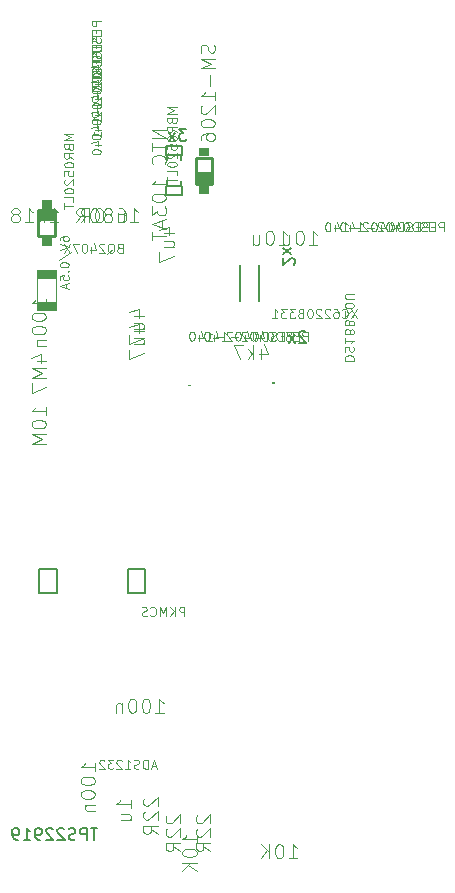
<source format=gbr>
G04 #@! TF.GenerationSoftware,KiCad,Pcbnew,5.1.8+dfsg1-1~bpo10+1*
G04 #@! TF.CreationDate,2021-01-22T07:11:30+01:00*
G04 #@! TF.ProjectId,easyhive,65617379-6869-4766-952e-6b696361645f,rev?*
G04 #@! TF.SameCoordinates,Original*
G04 #@! TF.FileFunction,Other,Fab,Bot*
%FSLAX46Y46*%
G04 Gerber Fmt 4.6, Leading zero omitted, Abs format (unit mm)*
G04 Created by KiCad (PCBNEW 5.1.8+dfsg1-1~bpo10+1) date 2021-01-22 07:11:30*
%MOMM*%
%LPD*%
G01*
G04 APERTURE LIST*
%ADD10C,0.150000*%
%ADD11C,0.254000*%
%ADD12C,0.100000*%
%ADD13C,0.127000*%
%ADD14C,0.203200*%
%ADD15C,0.101600*%
%ADD16C,0.096520*%
%ADD17C,0.077216*%
%ADD18C,0.001930*%
G04 APERTURE END LIST*
D10*
X149175742Y-70383480D02*
X148556695Y-70383480D01*
X148890028Y-70764433D01*
X148747171Y-70764433D01*
X148651933Y-70812052D01*
X148604314Y-70859671D01*
X148556695Y-70954909D01*
X148556695Y-71193004D01*
X148604314Y-71288242D01*
X148651933Y-71335861D01*
X148747171Y-71383480D01*
X149032885Y-71383480D01*
X149128123Y-71335861D01*
X149175742Y-71288242D01*
X148223361Y-71383480D02*
X147699552Y-70716814D01*
X148223361Y-70716814D02*
X147699552Y-71383480D01*
X158258480Y-81890623D02*
X158306100Y-81843004D01*
X158353719Y-81747766D01*
X158353719Y-81509671D01*
X158306100Y-81414433D01*
X158258480Y-81366814D01*
X158163242Y-81319195D01*
X158068004Y-81319195D01*
X157925147Y-81366814D01*
X157353719Y-81938242D01*
X157353719Y-81319195D01*
X157353719Y-80985861D02*
X158020385Y-80462052D01*
X158020385Y-80985861D02*
X157353719Y-80462052D01*
X159288123Y-87623719D02*
X159240504Y-87576100D01*
X159145266Y-87528480D01*
X158907171Y-87528480D01*
X158811933Y-87576100D01*
X158764314Y-87623719D01*
X158716695Y-87718957D01*
X158716695Y-87814195D01*
X158764314Y-87957052D01*
X159335742Y-88528480D01*
X158716695Y-88528480D01*
X158383361Y-88528480D02*
X157859552Y-87861814D01*
X158383361Y-87861814D02*
X157859552Y-88528480D01*
D11*
X136651100Y-77268600D02*
X136651100Y-79468600D01*
X136651100Y-79468600D02*
X138051100Y-79468600D01*
X138051100Y-79468600D02*
X138051100Y-77268600D01*
X138051100Y-77268600D02*
X136651100Y-77268600D01*
D12*
G36*
X137801100Y-76418600D02*
G01*
X137801100Y-77168600D01*
X136951100Y-77168600D01*
X136951100Y-76418600D01*
X137801100Y-76418600D01*
G37*
G36*
X137801100Y-79568600D02*
G01*
X137801100Y-80318600D01*
X136951100Y-80318600D01*
X136951100Y-79568600D01*
X137801100Y-79568600D01*
G37*
G36*
X138001100Y-77318600D02*
G01*
X138001100Y-78218600D01*
X136651100Y-78218600D01*
X136651100Y-77318600D01*
X138001100Y-77318600D01*
G37*
G36*
X150036100Y-74973600D02*
G01*
X150036100Y-74073600D01*
X151386100Y-74073600D01*
X151386100Y-74973600D01*
X150036100Y-74973600D01*
G37*
G36*
X150236100Y-72723600D02*
G01*
X150236100Y-71973600D01*
X151086100Y-71973600D01*
X151086100Y-72723600D01*
X150236100Y-72723600D01*
G37*
G36*
X150236100Y-75873600D02*
G01*
X150236100Y-75123600D01*
X151086100Y-75123600D01*
X151086100Y-75873600D01*
X150236100Y-75873600D01*
G37*
D11*
X149986100Y-75023600D02*
X151386100Y-75023600D01*
X149986100Y-72823600D02*
X149986100Y-75023600D01*
X151386100Y-72823600D02*
X149986100Y-72823600D01*
X151386100Y-75023600D02*
X151386100Y-72823600D01*
D13*
X153696100Y-81948600D02*
X153696100Y-84948600D01*
X155296100Y-84948600D02*
X155296100Y-81948600D01*
X138200000Y-107675000D02*
X138200000Y-109675000D01*
X138200000Y-109675000D02*
X136700000Y-109675000D01*
X136700000Y-109675000D02*
X136700000Y-107675000D01*
X136700000Y-107675000D02*
X138200000Y-107675000D01*
X144200000Y-107675000D02*
X145700000Y-107675000D01*
X145700000Y-107675000D02*
X145700000Y-109675000D01*
X145700000Y-109675000D02*
X144200000Y-109675000D01*
X144200000Y-109675000D02*
X144200000Y-107675000D01*
D14*
X147446100Y-75223600D02*
X147546100Y-75223600D01*
X147546100Y-75223600D02*
X148746100Y-75223600D01*
X148746100Y-75223600D02*
X148846100Y-75223600D01*
X148846100Y-75223600D02*
X148846100Y-76023600D01*
X148846100Y-76023600D02*
X147446100Y-76023600D01*
X147446100Y-76023600D02*
X147446100Y-75223600D01*
X147446100Y-71823600D02*
X148846100Y-71823600D01*
X148846100Y-71823600D02*
X148846100Y-72623600D01*
X148846100Y-72623600D02*
X148746100Y-72623600D01*
X148746100Y-72623600D02*
X147546100Y-72623600D01*
X147546100Y-72623600D02*
X147446100Y-72623600D01*
X147446100Y-72623600D02*
X147446100Y-71823600D01*
X148746100Y-72623600D02*
X148746100Y-73023600D01*
X148746100Y-74823600D02*
X148746100Y-75223600D01*
X147546100Y-75223600D02*
X147546100Y-74823600D01*
X147546100Y-73023600D02*
X147546100Y-72623600D01*
D15*
X136564100Y-83118600D02*
X136564100Y-85048600D01*
X138138100Y-83118600D02*
X138138100Y-85048600D01*
D12*
G36*
X138202000Y-82381800D02*
G01*
X138202000Y-83131900D01*
X136502000Y-83131900D01*
X136502000Y-82381800D01*
X138202000Y-82381800D01*
G37*
G36*
X138200200Y-85035300D02*
G01*
X138200200Y-85785400D01*
X136500200Y-85785400D01*
X136500200Y-85035300D01*
X138200200Y-85035300D01*
G37*
D16*
X157848023Y-132142547D02*
X158537452Y-132142547D01*
X158192738Y-132142547D02*
X158192738Y-130936047D01*
X158307642Y-131108404D01*
X158422547Y-131223309D01*
X158537452Y-131280761D01*
X157101142Y-130936047D02*
X156986238Y-130936047D01*
X156871333Y-130993500D01*
X156813881Y-131050952D01*
X156756428Y-131165857D01*
X156698976Y-131395666D01*
X156698976Y-131682928D01*
X156756428Y-131912738D01*
X156813881Y-132027642D01*
X156871333Y-132085095D01*
X156986238Y-132142547D01*
X157101142Y-132142547D01*
X157216047Y-132085095D01*
X157273500Y-132027642D01*
X157330952Y-131912738D01*
X157388404Y-131682928D01*
X157388404Y-131395666D01*
X157330952Y-131165857D01*
X157273500Y-131050952D01*
X157216047Y-130993500D01*
X157101142Y-130936047D01*
X156181904Y-132142547D02*
X156181904Y-130936047D01*
X155492476Y-132142547D02*
X156009547Y-131453119D01*
X155492476Y-130936047D02*
X156181904Y-131625476D01*
D17*
X139614330Y-70820512D02*
X138842170Y-70820512D01*
X139393713Y-71077899D01*
X138842170Y-71335285D01*
X139614330Y-71335285D01*
X139209865Y-71960367D02*
X139246635Y-72070676D01*
X139283404Y-72107445D01*
X139356943Y-72144215D01*
X139467252Y-72144215D01*
X139540791Y-72107445D01*
X139577560Y-72070676D01*
X139614330Y-71997137D01*
X139614330Y-71702981D01*
X138842170Y-71702981D01*
X138842170Y-71960367D01*
X138878940Y-72033906D01*
X138915709Y-72070676D01*
X138989248Y-72107445D01*
X139062787Y-72107445D01*
X139136326Y-72070676D01*
X139173096Y-72033906D01*
X139209865Y-71960367D01*
X139209865Y-71702981D01*
X139614330Y-72916375D02*
X139246635Y-72658988D01*
X139614330Y-72475141D02*
X138842170Y-72475141D01*
X138842170Y-72769297D01*
X138878940Y-72842836D01*
X138915709Y-72879605D01*
X138989248Y-72916375D01*
X139099557Y-72916375D01*
X139173096Y-72879605D01*
X139209865Y-72842836D01*
X139246635Y-72769297D01*
X139246635Y-72475141D01*
X138842170Y-73394379D02*
X138842170Y-73467918D01*
X138878940Y-73541457D01*
X138915709Y-73578226D01*
X138989248Y-73614996D01*
X139136326Y-73651765D01*
X139320174Y-73651765D01*
X139467252Y-73614996D01*
X139540791Y-73578226D01*
X139577560Y-73541457D01*
X139614330Y-73467918D01*
X139614330Y-73394379D01*
X139577560Y-73320840D01*
X139540791Y-73284070D01*
X139467252Y-73247301D01*
X139320174Y-73210531D01*
X139136326Y-73210531D01*
X138989248Y-73247301D01*
X138915709Y-73284070D01*
X138878940Y-73320840D01*
X138842170Y-73394379D01*
X138842170Y-74350386D02*
X138842170Y-73982691D01*
X139209865Y-73945921D01*
X139173096Y-73982691D01*
X139136326Y-74056230D01*
X139136326Y-74240078D01*
X139173096Y-74313617D01*
X139209865Y-74350386D01*
X139283404Y-74387156D01*
X139467252Y-74387156D01*
X139540791Y-74350386D01*
X139577560Y-74313617D01*
X139614330Y-74240078D01*
X139614330Y-74056230D01*
X139577560Y-73982691D01*
X139540791Y-73945921D01*
X138915709Y-74681312D02*
X138878940Y-74718081D01*
X138842170Y-74791621D01*
X138842170Y-74975468D01*
X138878940Y-75049007D01*
X138915709Y-75085777D01*
X138989248Y-75122546D01*
X139062787Y-75122546D01*
X139173096Y-75085777D01*
X139614330Y-74644542D01*
X139614330Y-75122546D01*
X138842170Y-75600550D02*
X138842170Y-75674089D01*
X138878940Y-75747628D01*
X138915709Y-75784398D01*
X138989248Y-75821167D01*
X139136326Y-75857937D01*
X139320174Y-75857937D01*
X139467252Y-75821167D01*
X139540791Y-75784398D01*
X139577560Y-75747628D01*
X139614330Y-75674089D01*
X139614330Y-75600550D01*
X139577560Y-75527011D01*
X139540791Y-75490241D01*
X139467252Y-75453472D01*
X139320174Y-75416702D01*
X139136326Y-75416702D01*
X138989248Y-75453472D01*
X138915709Y-75490241D01*
X138878940Y-75527011D01*
X138842170Y-75600550D01*
X139614330Y-76556558D02*
X139614330Y-76188862D01*
X138842170Y-76188862D01*
X138842170Y-76703636D02*
X138842170Y-77144870D01*
X139614330Y-76924253D02*
X138842170Y-76924253D01*
X148349330Y-68575512D02*
X147577170Y-68575512D01*
X148128713Y-68832899D01*
X147577170Y-69090285D01*
X148349330Y-69090285D01*
X147944865Y-69715367D02*
X147981635Y-69825676D01*
X148018404Y-69862445D01*
X148091943Y-69899215D01*
X148202252Y-69899215D01*
X148275791Y-69862445D01*
X148312560Y-69825676D01*
X148349330Y-69752137D01*
X148349330Y-69457981D01*
X147577170Y-69457981D01*
X147577170Y-69715367D01*
X147613940Y-69788906D01*
X147650709Y-69825676D01*
X147724248Y-69862445D01*
X147797787Y-69862445D01*
X147871326Y-69825676D01*
X147908096Y-69788906D01*
X147944865Y-69715367D01*
X147944865Y-69457981D01*
X148349330Y-70671375D02*
X147981635Y-70413988D01*
X148349330Y-70230141D02*
X147577170Y-70230141D01*
X147577170Y-70524297D01*
X147613940Y-70597836D01*
X147650709Y-70634605D01*
X147724248Y-70671375D01*
X147834557Y-70671375D01*
X147908096Y-70634605D01*
X147944865Y-70597836D01*
X147981635Y-70524297D01*
X147981635Y-70230141D01*
X147577170Y-71149379D02*
X147577170Y-71222918D01*
X147613940Y-71296457D01*
X147650709Y-71333226D01*
X147724248Y-71369996D01*
X147871326Y-71406765D01*
X148055174Y-71406765D01*
X148202252Y-71369996D01*
X148275791Y-71333226D01*
X148312560Y-71296457D01*
X148349330Y-71222918D01*
X148349330Y-71149379D01*
X148312560Y-71075840D01*
X148275791Y-71039070D01*
X148202252Y-71002301D01*
X148055174Y-70965531D01*
X147871326Y-70965531D01*
X147724248Y-71002301D01*
X147650709Y-71039070D01*
X147613940Y-71075840D01*
X147577170Y-71149379D01*
X147577170Y-72105386D02*
X147577170Y-71737691D01*
X147944865Y-71700921D01*
X147908096Y-71737691D01*
X147871326Y-71811230D01*
X147871326Y-71995078D01*
X147908096Y-72068617D01*
X147944865Y-72105386D01*
X148018404Y-72142156D01*
X148202252Y-72142156D01*
X148275791Y-72105386D01*
X148312560Y-72068617D01*
X148349330Y-71995078D01*
X148349330Y-71811230D01*
X148312560Y-71737691D01*
X148275791Y-71700921D01*
X147650709Y-72436312D02*
X147613940Y-72473081D01*
X147577170Y-72546621D01*
X147577170Y-72730468D01*
X147613940Y-72804007D01*
X147650709Y-72840777D01*
X147724248Y-72877546D01*
X147797787Y-72877546D01*
X147908096Y-72840777D01*
X148349330Y-72399542D01*
X148349330Y-72877546D01*
X147577170Y-73355550D02*
X147577170Y-73429089D01*
X147613940Y-73502628D01*
X147650709Y-73539398D01*
X147724248Y-73576167D01*
X147871326Y-73612937D01*
X148055174Y-73612937D01*
X148202252Y-73576167D01*
X148275791Y-73539398D01*
X148312560Y-73502628D01*
X148349330Y-73429089D01*
X148349330Y-73355550D01*
X148312560Y-73282011D01*
X148275791Y-73245241D01*
X148202252Y-73208472D01*
X148055174Y-73171702D01*
X147871326Y-73171702D01*
X147724248Y-73208472D01*
X147650709Y-73245241D01*
X147613940Y-73282011D01*
X147577170Y-73355550D01*
X148349330Y-74311558D02*
X148349330Y-73943862D01*
X147577170Y-73943862D01*
X147577170Y-74458636D02*
X147577170Y-74899870D01*
X148349330Y-74679253D02*
X147577170Y-74679253D01*
D16*
X150042547Y-130881904D02*
X150042547Y-130192476D01*
X150042547Y-130537190D02*
X148836047Y-130537190D01*
X149008404Y-130422285D01*
X149123309Y-130307381D01*
X149180761Y-130192476D01*
X148836047Y-131628785D02*
X148836047Y-131743690D01*
X148893500Y-131858595D01*
X148950952Y-131916047D01*
X149065857Y-131973500D01*
X149295666Y-132030952D01*
X149582928Y-132030952D01*
X149812738Y-131973500D01*
X149927642Y-131916047D01*
X149985095Y-131858595D01*
X150042547Y-131743690D01*
X150042547Y-131628785D01*
X149985095Y-131513881D01*
X149927642Y-131456428D01*
X149812738Y-131398976D01*
X149582928Y-131341523D01*
X149295666Y-131341523D01*
X149065857Y-131398976D01*
X148950952Y-131456428D01*
X148893500Y-131513881D01*
X148836047Y-131628785D01*
X150042547Y-132548023D02*
X148836047Y-132548023D01*
X150042547Y-133237452D02*
X149353119Y-132720381D01*
X148836047Y-133237452D02*
X149525476Y-132548023D01*
X150100952Y-128492476D02*
X150043500Y-128549928D01*
X149986047Y-128664833D01*
X149986047Y-128952095D01*
X150043500Y-129067000D01*
X150100952Y-129124452D01*
X150215857Y-129181904D01*
X150330761Y-129181904D01*
X150503119Y-129124452D01*
X151192547Y-128435023D01*
X151192547Y-129181904D01*
X150100952Y-129641523D02*
X150043500Y-129698976D01*
X149986047Y-129813881D01*
X149986047Y-130101142D01*
X150043500Y-130216047D01*
X150100952Y-130273500D01*
X150215857Y-130330952D01*
X150330761Y-130330952D01*
X150503119Y-130273500D01*
X151192547Y-129584071D01*
X151192547Y-130330952D01*
X151192547Y-131537452D02*
X150618023Y-131135285D01*
X151192547Y-130848023D02*
X149986047Y-130848023D01*
X149986047Y-131307642D01*
X150043500Y-131422547D01*
X150100952Y-131480000D01*
X150215857Y-131537452D01*
X150388214Y-131537452D01*
X150503119Y-131480000D01*
X150560571Y-131422547D01*
X150618023Y-131307642D01*
X150618023Y-130848023D01*
X145650952Y-127042476D02*
X145593500Y-127099928D01*
X145536047Y-127214833D01*
X145536047Y-127502095D01*
X145593500Y-127617000D01*
X145650952Y-127674452D01*
X145765857Y-127731904D01*
X145880761Y-127731904D01*
X146053119Y-127674452D01*
X146742547Y-126985023D01*
X146742547Y-127731904D01*
X145650952Y-128191523D02*
X145593500Y-128248976D01*
X145536047Y-128363881D01*
X145536047Y-128651142D01*
X145593500Y-128766047D01*
X145650952Y-128823500D01*
X145765857Y-128880952D01*
X145880761Y-128880952D01*
X146053119Y-128823500D01*
X146742547Y-128134071D01*
X146742547Y-128880952D01*
X146742547Y-130087452D02*
X146168023Y-129685285D01*
X146742547Y-129398023D02*
X145536047Y-129398023D01*
X145536047Y-129857642D01*
X145593500Y-129972547D01*
X145650952Y-130030000D01*
X145765857Y-130087452D01*
X145938214Y-130087452D01*
X146053119Y-130030000D01*
X146110571Y-129972547D01*
X146168023Y-129857642D01*
X146168023Y-129398023D01*
X147550952Y-128492476D02*
X147493500Y-128549928D01*
X147436047Y-128664833D01*
X147436047Y-128952095D01*
X147493500Y-129067000D01*
X147550952Y-129124452D01*
X147665857Y-129181904D01*
X147780761Y-129181904D01*
X147953119Y-129124452D01*
X148642547Y-128435023D01*
X148642547Y-129181904D01*
X147550952Y-129641523D02*
X147493500Y-129698976D01*
X147436047Y-129813881D01*
X147436047Y-130101142D01*
X147493500Y-130216047D01*
X147550952Y-130273500D01*
X147665857Y-130330952D01*
X147780761Y-130330952D01*
X147953119Y-130273500D01*
X148642547Y-129584071D01*
X148642547Y-130330952D01*
X148642547Y-131537452D02*
X148068023Y-131135285D01*
X148642547Y-130848023D02*
X147436047Y-130848023D01*
X147436047Y-131307642D01*
X147493500Y-131422547D01*
X147550952Y-131480000D01*
X147665857Y-131537452D01*
X147838214Y-131537452D01*
X147953119Y-131480000D01*
X148010571Y-131422547D01*
X148068023Y-131307642D01*
X148068023Y-130848023D01*
D10*
X141633631Y-129584588D02*
X141062202Y-129584588D01*
X141347916Y-130584588D02*
X141347916Y-129584588D01*
X140728869Y-130584588D02*
X140728869Y-129584588D01*
X140347916Y-129584588D01*
X140252678Y-129632208D01*
X140205059Y-129679827D01*
X140157440Y-129775065D01*
X140157440Y-129917922D01*
X140205059Y-130013160D01*
X140252678Y-130060779D01*
X140347916Y-130108398D01*
X140728869Y-130108398D01*
X139776488Y-130536969D02*
X139633631Y-130584588D01*
X139395535Y-130584588D01*
X139300297Y-130536969D01*
X139252678Y-130489350D01*
X139205059Y-130394112D01*
X139205059Y-130298874D01*
X139252678Y-130203636D01*
X139300297Y-130156017D01*
X139395535Y-130108398D01*
X139586012Y-130060779D01*
X139681250Y-130013160D01*
X139728869Y-129965541D01*
X139776488Y-129870303D01*
X139776488Y-129775065D01*
X139728869Y-129679827D01*
X139681250Y-129632208D01*
X139586012Y-129584588D01*
X139347916Y-129584588D01*
X139205059Y-129632208D01*
X138824107Y-129679827D02*
X138776488Y-129632208D01*
X138681250Y-129584588D01*
X138443154Y-129584588D01*
X138347916Y-129632208D01*
X138300297Y-129679827D01*
X138252678Y-129775065D01*
X138252678Y-129870303D01*
X138300297Y-130013160D01*
X138871726Y-130584588D01*
X138252678Y-130584588D01*
X137871726Y-129679827D02*
X137824107Y-129632208D01*
X137728869Y-129584588D01*
X137490774Y-129584588D01*
X137395535Y-129632208D01*
X137347916Y-129679827D01*
X137300297Y-129775065D01*
X137300297Y-129870303D01*
X137347916Y-130013160D01*
X137919345Y-130584588D01*
X137300297Y-130584588D01*
X136824107Y-130584588D02*
X136633631Y-130584588D01*
X136538393Y-130536969D01*
X136490774Y-130489350D01*
X136395535Y-130346493D01*
X136347916Y-130156017D01*
X136347916Y-129775065D01*
X136395535Y-129679827D01*
X136443154Y-129632208D01*
X136538393Y-129584588D01*
X136728869Y-129584588D01*
X136824107Y-129632208D01*
X136871726Y-129679827D01*
X136919345Y-129775065D01*
X136919345Y-130013160D01*
X136871726Y-130108398D01*
X136824107Y-130156017D01*
X136728869Y-130203636D01*
X136538393Y-130203636D01*
X136443154Y-130156017D01*
X136395535Y-130108398D01*
X136347916Y-130013160D01*
X135395535Y-130584588D02*
X135966964Y-130584588D01*
X135681250Y-130584588D02*
X135681250Y-129584588D01*
X135776488Y-129727446D01*
X135871726Y-129822684D01*
X135966964Y-129870303D01*
X134919345Y-130584588D02*
X134728869Y-130584588D01*
X134633631Y-130536969D01*
X134586012Y-130489350D01*
X134490774Y-130346493D01*
X134443154Y-130156017D01*
X134443154Y-129775065D01*
X134490774Y-129679827D01*
X134538393Y-129632208D01*
X134633631Y-129584588D01*
X134824107Y-129584588D01*
X134919345Y-129632208D01*
X134966964Y-129679827D01*
X135014583Y-129775065D01*
X135014583Y-130013160D01*
X134966964Y-130108398D01*
X134919345Y-130156017D01*
X134824107Y-130203636D01*
X134633631Y-130203636D01*
X134538393Y-130156017D01*
X134490774Y-130108398D01*
X134443154Y-130013160D01*
D17*
X163613425Y-85639670D02*
X163098652Y-86411830D01*
X163098652Y-85639670D02*
X163613425Y-86411830D01*
X162363261Y-86338291D02*
X162400031Y-86375060D01*
X162510339Y-86411830D01*
X162583878Y-86411830D01*
X162694187Y-86375060D01*
X162767726Y-86301521D01*
X162804496Y-86227982D01*
X162841265Y-86080904D01*
X162841265Y-85970596D01*
X162804496Y-85823518D01*
X162767726Y-85749979D01*
X162694187Y-85676440D01*
X162583878Y-85639670D01*
X162510339Y-85639670D01*
X162400031Y-85676440D01*
X162363261Y-85713209D01*
X161701410Y-85639670D02*
X161848488Y-85639670D01*
X161922027Y-85676440D01*
X161958797Y-85713209D01*
X162032336Y-85823518D01*
X162069105Y-85970596D01*
X162069105Y-86264752D01*
X162032336Y-86338291D01*
X161995566Y-86375060D01*
X161922027Y-86411830D01*
X161774949Y-86411830D01*
X161701410Y-86375060D01*
X161664640Y-86338291D01*
X161627871Y-86264752D01*
X161627871Y-86080904D01*
X161664640Y-86007365D01*
X161701410Y-85970596D01*
X161774949Y-85933826D01*
X161922027Y-85933826D01*
X161995566Y-85970596D01*
X162032336Y-86007365D01*
X162069105Y-86080904D01*
X161333715Y-85713209D02*
X161296945Y-85676440D01*
X161223406Y-85639670D01*
X161039558Y-85639670D01*
X160966019Y-85676440D01*
X160929250Y-85713209D01*
X160892480Y-85786748D01*
X160892480Y-85860287D01*
X160929250Y-85970596D01*
X161370484Y-86411830D01*
X160892480Y-86411830D01*
X160598324Y-85713209D02*
X160561555Y-85676440D01*
X160488016Y-85639670D01*
X160304168Y-85639670D01*
X160230629Y-85676440D01*
X160193859Y-85713209D01*
X160157090Y-85786748D01*
X160157090Y-85860287D01*
X160193859Y-85970596D01*
X160635094Y-86411830D01*
X160157090Y-86411830D01*
X159679086Y-85639670D02*
X159605547Y-85639670D01*
X159532008Y-85676440D01*
X159495238Y-85713209D01*
X159458469Y-85786748D01*
X159421699Y-85933826D01*
X159421699Y-86117674D01*
X159458469Y-86264752D01*
X159495238Y-86338291D01*
X159532008Y-86375060D01*
X159605547Y-86411830D01*
X159679086Y-86411830D01*
X159752625Y-86375060D01*
X159789395Y-86338291D01*
X159826164Y-86264752D01*
X159862934Y-86117674D01*
X159862934Y-85933826D01*
X159826164Y-85786748D01*
X159789395Y-85713209D01*
X159752625Y-85676440D01*
X159679086Y-85639670D01*
X158833387Y-86007365D02*
X158723078Y-86044135D01*
X158686309Y-86080904D01*
X158649539Y-86154443D01*
X158649539Y-86264752D01*
X158686309Y-86338291D01*
X158723078Y-86375060D01*
X158796618Y-86411830D01*
X159090774Y-86411830D01*
X159090774Y-85639670D01*
X158833387Y-85639670D01*
X158759848Y-85676440D01*
X158723078Y-85713209D01*
X158686309Y-85786748D01*
X158686309Y-85860287D01*
X158723078Y-85933826D01*
X158759848Y-85970596D01*
X158833387Y-86007365D01*
X159090774Y-86007365D01*
X158392153Y-85639670D02*
X157914149Y-85639670D01*
X158171536Y-85933826D01*
X158061227Y-85933826D01*
X157987688Y-85970596D01*
X157950918Y-86007365D01*
X157914149Y-86080904D01*
X157914149Y-86264752D01*
X157950918Y-86338291D01*
X157987688Y-86375060D01*
X158061227Y-86411830D01*
X158281844Y-86411830D01*
X158355383Y-86375060D01*
X158392153Y-86338291D01*
X157656762Y-85639670D02*
X157178758Y-85639670D01*
X157436145Y-85933826D01*
X157325837Y-85933826D01*
X157252298Y-85970596D01*
X157215528Y-86007365D01*
X157178758Y-86080904D01*
X157178758Y-86264752D01*
X157215528Y-86338291D01*
X157252298Y-86375060D01*
X157325837Y-86411830D01*
X157546454Y-86411830D01*
X157619993Y-86375060D01*
X157656762Y-86338291D01*
X156443368Y-86411830D02*
X156884602Y-86411830D01*
X156663985Y-86411830D02*
X156663985Y-85639670D01*
X156737524Y-85749979D01*
X156811063Y-85823518D01*
X156884602Y-85860287D01*
X149000681Y-111638230D02*
X149000681Y-110866070D01*
X148706525Y-110866070D01*
X148632986Y-110902840D01*
X148596217Y-110939609D01*
X148559447Y-111013148D01*
X148559447Y-111123457D01*
X148596217Y-111196996D01*
X148632986Y-111233765D01*
X148706525Y-111270535D01*
X149000681Y-111270535D01*
X148228521Y-111638230D02*
X148228521Y-110866070D01*
X147787287Y-111638230D02*
X148118213Y-111196996D01*
X147787287Y-110866070D02*
X148228521Y-111307304D01*
X147456361Y-111638230D02*
X147456361Y-110866070D01*
X147198975Y-111417613D01*
X146941588Y-110866070D01*
X146941588Y-111638230D01*
X146132658Y-111564691D02*
X146169428Y-111601460D01*
X146279737Y-111638230D01*
X146353276Y-111638230D01*
X146463584Y-111601460D01*
X146537123Y-111527921D01*
X146573893Y-111454382D01*
X146610662Y-111307304D01*
X146610662Y-111196996D01*
X146573893Y-111049918D01*
X146537123Y-110976379D01*
X146463584Y-110902840D01*
X146353276Y-110866070D01*
X146279737Y-110866070D01*
X146169428Y-110902840D01*
X146132658Y-110939609D01*
X145838502Y-111601460D02*
X145728194Y-111638230D01*
X145544346Y-111638230D01*
X145470807Y-111601460D01*
X145434038Y-111564691D01*
X145397268Y-111491152D01*
X145397268Y-111417613D01*
X145434038Y-111344074D01*
X145470807Y-111307304D01*
X145544346Y-111270535D01*
X145691424Y-111233765D01*
X145764963Y-111196996D01*
X145801733Y-111160226D01*
X145838502Y-111086687D01*
X145838502Y-111013148D01*
X145801733Y-110939609D01*
X145764963Y-110902840D01*
X145691424Y-110866070D01*
X145507577Y-110866070D01*
X145397268Y-110902840D01*
D18*
X149476047Y-92059320D02*
X149462258Y-92059320D01*
X149469153Y-92083450D02*
X149469153Y-92059320D01*
X149454215Y-92083450D02*
X149454215Y-92059320D01*
X149445023Y-92059320D01*
X149442725Y-92060470D01*
X149441575Y-92061619D01*
X149440426Y-92063917D01*
X149440426Y-92067364D01*
X149441575Y-92069662D01*
X149442725Y-92070811D01*
X149445023Y-92071960D01*
X149454215Y-92071960D01*
X149433532Y-92059320D02*
X149419744Y-92059320D01*
X149426638Y-92083450D02*
X149426638Y-92059320D01*
X149411700Y-92083450D02*
X149411700Y-92059320D01*
X149402508Y-92059320D01*
X149400210Y-92060470D01*
X149399061Y-92061619D01*
X149397912Y-92063917D01*
X149397912Y-92067364D01*
X149399061Y-92069662D01*
X149400210Y-92070811D01*
X149402508Y-92071960D01*
X149411700Y-92071960D01*
X149382974Y-92059320D02*
X149380676Y-92059320D01*
X149378378Y-92060470D01*
X149377229Y-92061619D01*
X149376080Y-92063917D01*
X149374931Y-92068513D01*
X149374931Y-92074258D01*
X149376080Y-92078854D01*
X149377229Y-92081152D01*
X149378378Y-92082301D01*
X149380676Y-92083450D01*
X149382974Y-92083450D01*
X149385272Y-92082301D01*
X149386421Y-92081152D01*
X149387570Y-92078854D01*
X149388719Y-92074258D01*
X149388719Y-92068513D01*
X149387570Y-92063917D01*
X149386421Y-92061619D01*
X149385272Y-92060470D01*
X149382974Y-92059320D01*
X149361142Y-92069662D02*
X149363440Y-92068513D01*
X149364589Y-92067364D01*
X149365738Y-92065066D01*
X149365738Y-92063917D01*
X149364589Y-92061619D01*
X149363440Y-92060470D01*
X149361142Y-92059320D01*
X149356546Y-92059320D01*
X149354248Y-92060470D01*
X149353099Y-92061619D01*
X149351950Y-92063917D01*
X149351950Y-92065066D01*
X149353099Y-92067364D01*
X149354248Y-92068513D01*
X149356546Y-92069662D01*
X149361142Y-92069662D01*
X149363440Y-92070811D01*
X149364589Y-92071960D01*
X149365738Y-92074258D01*
X149365738Y-92078854D01*
X149364589Y-92081152D01*
X149363440Y-92082301D01*
X149361142Y-92083450D01*
X149356546Y-92083450D01*
X149354248Y-92082301D01*
X149353099Y-92081152D01*
X149351950Y-92078854D01*
X149351950Y-92074258D01*
X149353099Y-92071960D01*
X149354248Y-92070811D01*
X149356546Y-92069662D01*
X149327820Y-92083450D02*
X149335863Y-92071960D01*
X149341608Y-92083450D02*
X149341608Y-92059320D01*
X149332416Y-92059320D01*
X149330118Y-92060470D01*
X149328969Y-92061619D01*
X149327820Y-92063917D01*
X149327820Y-92067364D01*
X149328969Y-92069662D01*
X149330118Y-92070811D01*
X149332416Y-92071960D01*
X149341608Y-92071960D01*
X156577447Y-91855720D02*
X156563658Y-91855720D01*
X156570553Y-91879850D02*
X156570553Y-91855720D01*
X156555615Y-91879850D02*
X156555615Y-91855720D01*
X156546423Y-91855720D01*
X156544125Y-91856870D01*
X156542975Y-91858019D01*
X156541826Y-91860317D01*
X156541826Y-91863764D01*
X156542975Y-91866062D01*
X156544125Y-91867211D01*
X156546423Y-91868360D01*
X156555615Y-91868360D01*
X156534932Y-91855720D02*
X156521144Y-91855720D01*
X156528038Y-91879850D02*
X156528038Y-91855720D01*
X156513100Y-91879850D02*
X156513100Y-91855720D01*
X156503908Y-91855720D01*
X156501610Y-91856870D01*
X156500461Y-91858019D01*
X156499312Y-91860317D01*
X156499312Y-91863764D01*
X156500461Y-91866062D01*
X156501610Y-91867211D01*
X156503908Y-91868360D01*
X156513100Y-91868360D01*
X156484374Y-91855720D02*
X156482076Y-91855720D01*
X156479778Y-91856870D01*
X156478629Y-91858019D01*
X156477480Y-91860317D01*
X156476331Y-91864913D01*
X156476331Y-91870658D01*
X156477480Y-91875254D01*
X156478629Y-91877552D01*
X156479778Y-91878701D01*
X156482076Y-91879850D01*
X156484374Y-91879850D01*
X156486672Y-91878701D01*
X156487821Y-91877552D01*
X156488970Y-91875254D01*
X156490119Y-91870658D01*
X156490119Y-91864913D01*
X156488970Y-91860317D01*
X156487821Y-91858019D01*
X156486672Y-91856870D01*
X156484374Y-91855720D01*
X156462542Y-91866062D02*
X156464840Y-91864913D01*
X156465989Y-91863764D01*
X156467138Y-91861466D01*
X156467138Y-91860317D01*
X156465989Y-91858019D01*
X156464840Y-91856870D01*
X156462542Y-91855720D01*
X156457946Y-91855720D01*
X156455648Y-91856870D01*
X156454499Y-91858019D01*
X156453350Y-91860317D01*
X156453350Y-91861466D01*
X156454499Y-91863764D01*
X156455648Y-91864913D01*
X156457946Y-91866062D01*
X156462542Y-91866062D01*
X156464840Y-91867211D01*
X156465989Y-91868360D01*
X156467138Y-91870658D01*
X156467138Y-91875254D01*
X156465989Y-91877552D01*
X156464840Y-91878701D01*
X156462542Y-91879850D01*
X156457946Y-91879850D01*
X156455648Y-91878701D01*
X156454499Y-91877552D01*
X156453350Y-91875254D01*
X156453350Y-91870658D01*
X156454499Y-91868360D01*
X156455648Y-91867211D01*
X156457946Y-91866062D01*
X156429220Y-91879850D02*
X156437263Y-91868360D01*
X156443008Y-91879850D02*
X156443008Y-91855720D01*
X156433816Y-91855720D01*
X156431518Y-91856870D01*
X156430369Y-91858019D01*
X156429220Y-91860317D01*
X156429220Y-91863764D01*
X156430369Y-91866062D01*
X156431518Y-91867211D01*
X156433816Y-91868360D01*
X156443008Y-91868360D01*
D16*
X155492928Y-89058214D02*
X155492928Y-89862547D01*
X155780190Y-88598595D02*
X156067452Y-89460380D01*
X155320571Y-89460380D01*
X154860952Y-89862547D02*
X154860952Y-88656047D01*
X154746047Y-89402928D02*
X154401333Y-89862547D01*
X154401333Y-89058214D02*
X154860952Y-89517833D01*
X153999166Y-88656047D02*
X153194833Y-88656047D01*
X153711904Y-89862547D01*
X137293647Y-94590576D02*
X137293647Y-93901147D01*
X137293647Y-94245861D02*
X136087147Y-94245861D01*
X136259504Y-94130957D01*
X136374409Y-94016052D01*
X136431861Y-93901147D01*
X136087147Y-95337457D02*
X136087147Y-95452361D01*
X136144600Y-95567266D01*
X136202052Y-95624718D01*
X136316957Y-95682171D01*
X136546766Y-95739623D01*
X136834028Y-95739623D01*
X137063838Y-95682171D01*
X137178742Y-95624718D01*
X137236195Y-95567266D01*
X137293647Y-95452361D01*
X137293647Y-95337457D01*
X137236195Y-95222552D01*
X137178742Y-95165099D01*
X137063838Y-95107647D01*
X136834028Y-95050195D01*
X136546766Y-95050195D01*
X136316957Y-95107647D01*
X136202052Y-95165099D01*
X136144600Y-95222552D01*
X136087147Y-95337457D01*
X137293647Y-96256695D02*
X136087147Y-96256695D01*
X136948933Y-96658861D01*
X136087147Y-97061028D01*
X137293647Y-97061028D01*
X136489314Y-90038242D02*
X137293647Y-90038242D01*
X136029695Y-89750981D02*
X136891480Y-89463719D01*
X136891480Y-90210600D01*
X137293647Y-90670219D02*
X136087147Y-90670219D01*
X136948933Y-91072385D01*
X136087147Y-91474552D01*
X137293647Y-91474552D01*
X136087147Y-91934171D02*
X136087147Y-92738504D01*
X137293647Y-92221433D01*
X147453647Y-70471171D02*
X146247147Y-70471171D01*
X147453647Y-71160600D01*
X146247147Y-71160600D01*
X146247147Y-71562766D02*
X146247147Y-72252195D01*
X147453647Y-71907481D02*
X146247147Y-71907481D01*
X147338742Y-73343790D02*
X147396195Y-73286338D01*
X147453647Y-73113981D01*
X147453647Y-72999076D01*
X147396195Y-72826719D01*
X147281290Y-72711814D01*
X147166385Y-72654362D01*
X146936576Y-72596909D01*
X146764219Y-72596909D01*
X146534409Y-72654362D01*
X146419504Y-72711814D01*
X146304600Y-72826719D01*
X146247147Y-72999076D01*
X146247147Y-73113981D01*
X146304600Y-73286338D01*
X146362052Y-73343790D01*
X147453647Y-75412076D02*
X147453647Y-74722647D01*
X147453647Y-75067362D02*
X146247147Y-75067362D01*
X146419504Y-74952457D01*
X146534409Y-74837552D01*
X146591861Y-74722647D01*
X146247147Y-76158957D02*
X146247147Y-76273862D01*
X146304600Y-76388766D01*
X146362052Y-76446219D01*
X146476957Y-76503671D01*
X146706766Y-76561123D01*
X146994028Y-76561123D01*
X147223838Y-76503671D01*
X147338742Y-76446219D01*
X147396195Y-76388766D01*
X147453647Y-76273862D01*
X147453647Y-76158957D01*
X147396195Y-76044052D01*
X147338742Y-75986600D01*
X147223838Y-75929147D01*
X146994028Y-75871695D01*
X146706766Y-75871695D01*
X146476957Y-75929147D01*
X146362052Y-75986600D01*
X146304600Y-76044052D01*
X146247147Y-76158957D01*
X146247147Y-76963290D02*
X146247147Y-77710171D01*
X146706766Y-77308004D01*
X146706766Y-77480362D01*
X146764219Y-77595266D01*
X146821671Y-77652719D01*
X146936576Y-77710171D01*
X147223838Y-77710171D01*
X147338742Y-77652719D01*
X147396195Y-77595266D01*
X147453647Y-77480362D01*
X147453647Y-77135647D01*
X147396195Y-77020742D01*
X147338742Y-76963290D01*
X147108933Y-78169790D02*
X147108933Y-78744314D01*
X147453647Y-78054885D02*
X146247147Y-78457052D01*
X147453647Y-78859219D01*
X146247147Y-79089028D02*
X146247147Y-79778457D01*
X147453647Y-79433742D02*
X146247147Y-79433742D01*
X143469028Y-77104647D02*
X143698838Y-77104647D01*
X143813742Y-77162100D01*
X143871195Y-77219552D01*
X143986100Y-77391909D01*
X144043552Y-77621719D01*
X144043552Y-78081338D01*
X143986100Y-78196242D01*
X143928647Y-78253695D01*
X143813742Y-78311147D01*
X143583933Y-78311147D01*
X143469028Y-78253695D01*
X143411576Y-78196242D01*
X143354123Y-78081338D01*
X143354123Y-77794076D01*
X143411576Y-77679171D01*
X143469028Y-77621719D01*
X143583933Y-77564266D01*
X143813742Y-77564266D01*
X143928647Y-77621719D01*
X143986100Y-77679171D01*
X144043552Y-77794076D01*
X142664695Y-77621719D02*
X142779600Y-77564266D01*
X142837052Y-77506814D01*
X142894504Y-77391909D01*
X142894504Y-77334457D01*
X142837052Y-77219552D01*
X142779600Y-77162100D01*
X142664695Y-77104647D01*
X142434885Y-77104647D01*
X142319981Y-77162100D01*
X142262528Y-77219552D01*
X142205076Y-77334457D01*
X142205076Y-77391909D01*
X142262528Y-77506814D01*
X142319981Y-77564266D01*
X142434885Y-77621719D01*
X142664695Y-77621719D01*
X142779600Y-77679171D01*
X142837052Y-77736623D01*
X142894504Y-77851528D01*
X142894504Y-78081338D01*
X142837052Y-78196242D01*
X142779600Y-78253695D01*
X142664695Y-78311147D01*
X142434885Y-78311147D01*
X142319981Y-78253695D01*
X142262528Y-78196242D01*
X142205076Y-78081338D01*
X142205076Y-77851528D01*
X142262528Y-77736623D01*
X142319981Y-77679171D01*
X142434885Y-77621719D01*
X141458195Y-77104647D02*
X141343290Y-77104647D01*
X141228385Y-77162100D01*
X141170933Y-77219552D01*
X141113481Y-77334457D01*
X141056028Y-77564266D01*
X141056028Y-77851528D01*
X141113481Y-78081338D01*
X141170933Y-78196242D01*
X141228385Y-78253695D01*
X141343290Y-78311147D01*
X141458195Y-78311147D01*
X141573100Y-78253695D01*
X141630552Y-78196242D01*
X141688004Y-78081338D01*
X141745457Y-77851528D01*
X141745457Y-77564266D01*
X141688004Y-77334457D01*
X141630552Y-77219552D01*
X141573100Y-77162100D01*
X141458195Y-77104647D01*
X139849528Y-78311147D02*
X140251695Y-77736623D01*
X140538957Y-78311147D02*
X140538957Y-77104647D01*
X140079338Y-77104647D01*
X139964433Y-77162100D01*
X139906981Y-77219552D01*
X139849528Y-77334457D01*
X139849528Y-77506814D01*
X139906981Y-77621719D01*
X139964433Y-77679171D01*
X140079338Y-77736623D01*
X140538957Y-77736623D01*
X137639123Y-78311147D02*
X138328552Y-78311147D01*
X137983838Y-78311147D02*
X137983838Y-77104647D01*
X138098742Y-77277004D01*
X138213647Y-77391909D01*
X138328552Y-77449361D01*
X137122052Y-78311147D02*
X137122052Y-77104647D01*
X137007147Y-77851528D02*
X136662433Y-78311147D01*
X136662433Y-77506814D02*
X137122052Y-77966433D01*
X135513385Y-78311147D02*
X136202814Y-78311147D01*
X135858100Y-78311147D02*
X135858100Y-77104647D01*
X135973004Y-77277004D01*
X136087909Y-77391909D01*
X136202814Y-77449361D01*
X134823957Y-77621719D02*
X134938862Y-77564266D01*
X134996314Y-77506814D01*
X135053766Y-77391909D01*
X135053766Y-77334457D01*
X134996314Y-77219552D01*
X134938862Y-77162100D01*
X134823957Y-77104647D01*
X134594147Y-77104647D01*
X134479242Y-77162100D01*
X134421790Y-77219552D01*
X134364338Y-77334457D01*
X134364338Y-77391909D01*
X134421790Y-77506814D01*
X134479242Y-77564266D01*
X134594147Y-77621719D01*
X134823957Y-77621719D01*
X134938862Y-77679171D01*
X134996314Y-77736623D01*
X135053766Y-77851528D01*
X135053766Y-78081338D01*
X134996314Y-78196242D01*
X134938862Y-78253695D01*
X134823957Y-78311147D01*
X134594147Y-78311147D01*
X134479242Y-78253695D01*
X134421790Y-78196242D01*
X134364338Y-78081338D01*
X134364338Y-77851528D01*
X134421790Y-77736623D01*
X134479242Y-77679171D01*
X134594147Y-77621719D01*
X141851290Y-77104647D02*
X141736385Y-77104647D01*
X141621481Y-77162100D01*
X141564028Y-77219552D01*
X141506576Y-77334457D01*
X141449123Y-77564266D01*
X141449123Y-77851528D01*
X141506576Y-78081338D01*
X141564028Y-78196242D01*
X141621481Y-78253695D01*
X141736385Y-78311147D01*
X141851290Y-78311147D01*
X141966195Y-78253695D01*
X142023647Y-78196242D01*
X142081100Y-78081338D01*
X142138552Y-77851528D01*
X142138552Y-77564266D01*
X142081100Y-77334457D01*
X142023647Y-77219552D01*
X141966195Y-77162100D01*
X141851290Y-77104647D01*
X140242623Y-78311147D02*
X140644790Y-77736623D01*
X140932052Y-78311147D02*
X140932052Y-77104647D01*
X140472433Y-77104647D01*
X140357528Y-77162100D01*
X140300076Y-77219552D01*
X140242623Y-77334457D01*
X140242623Y-77506814D01*
X140300076Y-77621719D01*
X140357528Y-77679171D01*
X140472433Y-77736623D01*
X140932052Y-77736623D01*
X151545695Y-63264814D02*
X151603147Y-63437171D01*
X151603147Y-63724433D01*
X151545695Y-63839338D01*
X151488242Y-63896790D01*
X151373338Y-63954242D01*
X151258433Y-63954242D01*
X151143528Y-63896790D01*
X151086076Y-63839338D01*
X151028623Y-63724433D01*
X150971171Y-63494623D01*
X150913719Y-63379719D01*
X150856266Y-63322266D01*
X150741361Y-63264814D01*
X150626457Y-63264814D01*
X150511552Y-63322266D01*
X150454100Y-63379719D01*
X150396647Y-63494623D01*
X150396647Y-63781885D01*
X150454100Y-63954242D01*
X151603147Y-64471314D02*
X150396647Y-64471314D01*
X151258433Y-64873481D01*
X150396647Y-65275647D01*
X151603147Y-65275647D01*
X151143528Y-65850171D02*
X151143528Y-66769409D01*
X151603147Y-67975909D02*
X151603147Y-67286481D01*
X151603147Y-67631195D02*
X150396647Y-67631195D01*
X150569004Y-67516290D01*
X150683909Y-67401385D01*
X150741361Y-67286481D01*
X150511552Y-68435528D02*
X150454100Y-68492981D01*
X150396647Y-68607885D01*
X150396647Y-68895147D01*
X150454100Y-69010052D01*
X150511552Y-69067504D01*
X150626457Y-69124957D01*
X150741361Y-69124957D01*
X150913719Y-69067504D01*
X151603147Y-68378076D01*
X151603147Y-69124957D01*
X150396647Y-69871838D02*
X150396647Y-69986742D01*
X150454100Y-70101647D01*
X150511552Y-70159100D01*
X150626457Y-70216552D01*
X150856266Y-70274004D01*
X151143528Y-70274004D01*
X151373338Y-70216552D01*
X151488242Y-70159100D01*
X151545695Y-70101647D01*
X151603147Y-69986742D01*
X151603147Y-69871838D01*
X151545695Y-69756933D01*
X151488242Y-69699481D01*
X151373338Y-69642028D01*
X151143528Y-69584576D01*
X150856266Y-69584576D01*
X150626457Y-69642028D01*
X150511552Y-69699481D01*
X150454100Y-69756933D01*
X150396647Y-69871838D01*
X150396647Y-71308147D02*
X150396647Y-71078338D01*
X150454100Y-70963433D01*
X150511552Y-70905981D01*
X150683909Y-70791076D01*
X150913719Y-70733623D01*
X151373338Y-70733623D01*
X151488242Y-70791076D01*
X151545695Y-70848528D01*
X151603147Y-70963433D01*
X151603147Y-71193242D01*
X151545695Y-71308147D01*
X151488242Y-71365600D01*
X151373338Y-71423052D01*
X151086076Y-71423052D01*
X150971171Y-71365600D01*
X150913719Y-71308147D01*
X150856266Y-71193242D01*
X150856266Y-70963433D01*
X150913719Y-70848528D01*
X150971171Y-70791076D01*
X151086076Y-70733623D01*
D17*
X162582609Y-90003961D02*
X163354769Y-90003961D01*
X163354769Y-89820114D01*
X163318000Y-89709805D01*
X163244460Y-89636266D01*
X163170921Y-89599497D01*
X163023843Y-89562727D01*
X162913535Y-89562727D01*
X162766457Y-89599497D01*
X162692918Y-89636266D01*
X162619379Y-89709805D01*
X162582609Y-89820114D01*
X162582609Y-90003961D01*
X162619379Y-89268571D02*
X162582609Y-89158262D01*
X162582609Y-88974415D01*
X162619379Y-88900876D01*
X162656148Y-88864106D01*
X162729687Y-88827337D01*
X162803226Y-88827337D01*
X162876765Y-88864106D01*
X162913535Y-88900876D01*
X162950304Y-88974415D01*
X162987074Y-89121493D01*
X163023843Y-89195032D01*
X163060613Y-89231801D01*
X163134152Y-89268571D01*
X163207691Y-89268571D01*
X163281230Y-89231801D01*
X163318000Y-89195032D01*
X163354769Y-89121493D01*
X163354769Y-88937645D01*
X163318000Y-88827337D01*
X162582609Y-88091946D02*
X162582609Y-88533181D01*
X162582609Y-88312563D02*
X163354769Y-88312563D01*
X163244460Y-88386102D01*
X163170921Y-88459641D01*
X163134152Y-88533181D01*
X163023843Y-87650712D02*
X163060613Y-87724251D01*
X163097382Y-87761021D01*
X163170921Y-87797790D01*
X163207691Y-87797790D01*
X163281230Y-87761021D01*
X163318000Y-87724251D01*
X163354769Y-87650712D01*
X163354769Y-87503634D01*
X163318000Y-87430095D01*
X163281230Y-87393325D01*
X163207691Y-87356556D01*
X163170921Y-87356556D01*
X163097382Y-87393325D01*
X163060613Y-87430095D01*
X163023843Y-87503634D01*
X163023843Y-87650712D01*
X162987074Y-87724251D01*
X162950304Y-87761021D01*
X162876765Y-87797790D01*
X162729687Y-87797790D01*
X162656148Y-87761021D01*
X162619379Y-87724251D01*
X162582609Y-87650712D01*
X162582609Y-87503634D01*
X162619379Y-87430095D01*
X162656148Y-87393325D01*
X162729687Y-87356556D01*
X162876765Y-87356556D01*
X162950304Y-87393325D01*
X162987074Y-87430095D01*
X163023843Y-87503634D01*
X162987074Y-86768243D02*
X162950304Y-86657935D01*
X162913535Y-86621165D01*
X162839996Y-86584396D01*
X162729687Y-86584396D01*
X162656148Y-86621165D01*
X162619379Y-86657935D01*
X162582609Y-86731474D01*
X162582609Y-87025630D01*
X163354769Y-87025630D01*
X163354769Y-86768243D01*
X163318000Y-86694704D01*
X163281230Y-86657935D01*
X163207691Y-86621165D01*
X163134152Y-86621165D01*
X163060613Y-86657935D01*
X163023843Y-86694704D01*
X162987074Y-86768243D01*
X162987074Y-87025630D01*
X163281230Y-86290240D02*
X163318000Y-86253470D01*
X163354769Y-86179931D01*
X163354769Y-85996083D01*
X163318000Y-85922544D01*
X163281230Y-85885775D01*
X163207691Y-85849005D01*
X163134152Y-85849005D01*
X163023843Y-85885775D01*
X162582609Y-86327009D01*
X162582609Y-85849005D01*
X163354769Y-85371001D02*
X163354769Y-85297462D01*
X163318000Y-85223923D01*
X163281230Y-85187154D01*
X163207691Y-85150384D01*
X163060613Y-85113615D01*
X162876765Y-85113615D01*
X162729687Y-85150384D01*
X162656148Y-85187154D01*
X162619379Y-85223923D01*
X162582609Y-85297462D01*
X162582609Y-85371001D01*
X162619379Y-85444541D01*
X162656148Y-85481310D01*
X162729687Y-85518080D01*
X162876765Y-85554849D01*
X163060613Y-85554849D01*
X163207691Y-85518080D01*
X163281230Y-85481310D01*
X163318000Y-85444541D01*
X163354769Y-85371001D01*
X163354769Y-84782689D02*
X162729687Y-84782689D01*
X162656148Y-84745920D01*
X162619379Y-84709150D01*
X162582609Y-84635611D01*
X162582609Y-84488533D01*
X162619379Y-84414994D01*
X162656148Y-84378224D01*
X162729687Y-84341455D01*
X163354769Y-84341455D01*
X146607731Y-124358613D02*
X146240036Y-124358613D01*
X146681270Y-124579230D02*
X146423883Y-123807070D01*
X146166497Y-124579230D01*
X145909110Y-124579230D02*
X145909110Y-123807070D01*
X145725262Y-123807070D01*
X145614954Y-123843840D01*
X145541415Y-123917379D01*
X145504645Y-123990918D01*
X145467876Y-124137996D01*
X145467876Y-124248304D01*
X145504645Y-124395382D01*
X145541415Y-124468921D01*
X145614954Y-124542460D01*
X145725262Y-124579230D01*
X145909110Y-124579230D01*
X145173720Y-124542460D02*
X145063411Y-124579230D01*
X144879563Y-124579230D01*
X144806024Y-124542460D01*
X144769255Y-124505691D01*
X144732485Y-124432152D01*
X144732485Y-124358613D01*
X144769255Y-124285074D01*
X144806024Y-124248304D01*
X144879563Y-124211535D01*
X145026641Y-124174765D01*
X145100181Y-124137996D01*
X145136950Y-124101226D01*
X145173720Y-124027687D01*
X145173720Y-123954148D01*
X145136950Y-123880609D01*
X145100181Y-123843840D01*
X145026641Y-123807070D01*
X144842794Y-123807070D01*
X144732485Y-123843840D01*
X143997095Y-124579230D02*
X144438329Y-124579230D01*
X144217712Y-124579230D02*
X144217712Y-123807070D01*
X144291251Y-123917379D01*
X144364790Y-123990918D01*
X144438329Y-124027687D01*
X143702939Y-123880609D02*
X143666169Y-123843840D01*
X143592630Y-123807070D01*
X143408782Y-123807070D01*
X143335243Y-123843840D01*
X143298474Y-123880609D01*
X143261704Y-123954148D01*
X143261704Y-124027687D01*
X143298474Y-124137996D01*
X143739708Y-124579230D01*
X143261704Y-124579230D01*
X143004318Y-123807070D02*
X142526314Y-123807070D01*
X142783701Y-124101226D01*
X142673392Y-124101226D01*
X142599853Y-124137996D01*
X142563083Y-124174765D01*
X142526314Y-124248304D01*
X142526314Y-124432152D01*
X142563083Y-124505691D01*
X142599853Y-124542460D01*
X142673392Y-124579230D01*
X142894009Y-124579230D01*
X142967548Y-124542460D01*
X143004318Y-124505691D01*
X142232158Y-123880609D02*
X142195388Y-123843840D01*
X142121849Y-123807070D01*
X141938001Y-123807070D01*
X141864462Y-123843840D01*
X141827693Y-123880609D01*
X141790923Y-123954148D01*
X141790923Y-124027687D01*
X141827693Y-124137996D01*
X142268927Y-124579230D01*
X141790923Y-124579230D01*
X143527175Y-80467365D02*
X143416866Y-80504135D01*
X143380097Y-80540904D01*
X143343327Y-80614443D01*
X143343327Y-80724752D01*
X143380097Y-80798291D01*
X143416866Y-80835060D01*
X143490405Y-80871830D01*
X143784561Y-80871830D01*
X143784561Y-80099670D01*
X143527175Y-80099670D01*
X143453636Y-80136440D01*
X143416866Y-80173209D01*
X143380097Y-80246748D01*
X143380097Y-80320287D01*
X143416866Y-80393826D01*
X143453636Y-80430596D01*
X143527175Y-80467365D01*
X143784561Y-80467365D01*
X142497628Y-80945369D02*
X142571167Y-80908600D01*
X142644706Y-80835060D01*
X142755015Y-80724752D01*
X142828554Y-80687982D01*
X142902093Y-80687982D01*
X142865323Y-80871830D02*
X142938862Y-80835060D01*
X143012401Y-80761521D01*
X143049171Y-80614443D01*
X143049171Y-80357057D01*
X143012401Y-80209979D01*
X142938862Y-80136440D01*
X142865323Y-80099670D01*
X142718245Y-80099670D01*
X142644706Y-80136440D01*
X142571167Y-80209979D01*
X142534398Y-80357057D01*
X142534398Y-80614443D01*
X142571167Y-80761521D01*
X142644706Y-80835060D01*
X142718245Y-80871830D01*
X142865323Y-80871830D01*
X142240241Y-80173209D02*
X142203472Y-80136440D01*
X142129933Y-80099670D01*
X141946085Y-80099670D01*
X141872546Y-80136440D01*
X141835777Y-80173209D01*
X141799007Y-80246748D01*
X141799007Y-80320287D01*
X141835777Y-80430596D01*
X142277011Y-80871830D01*
X141799007Y-80871830D01*
X141137156Y-80357057D02*
X141137156Y-80871830D01*
X141321003Y-80062900D02*
X141504851Y-80614443D01*
X141026847Y-80614443D01*
X140585613Y-80099670D02*
X140512074Y-80099670D01*
X140438535Y-80136440D01*
X140401765Y-80173209D01*
X140364996Y-80246748D01*
X140328226Y-80393826D01*
X140328226Y-80577674D01*
X140364996Y-80724752D01*
X140401765Y-80798291D01*
X140438535Y-80835060D01*
X140512074Y-80871830D01*
X140585613Y-80871830D01*
X140659152Y-80835060D01*
X140695921Y-80798291D01*
X140732691Y-80724752D01*
X140769461Y-80577674D01*
X140769461Y-80393826D01*
X140732691Y-80246748D01*
X140695921Y-80173209D01*
X140659152Y-80136440D01*
X140585613Y-80099670D01*
X140070840Y-80099670D02*
X139556066Y-80099670D01*
X139886992Y-80871830D01*
X139335449Y-80099670D02*
X138820676Y-80871830D01*
X138820676Y-80099670D02*
X139335449Y-80871830D01*
X138457330Y-79841683D02*
X138457330Y-79694605D01*
X138494100Y-79621066D01*
X138530869Y-79584297D01*
X138641178Y-79510758D01*
X138788256Y-79473988D01*
X139082412Y-79473988D01*
X139155951Y-79510758D01*
X139192720Y-79547527D01*
X139229490Y-79621066D01*
X139229490Y-79768144D01*
X139192720Y-79841683D01*
X139155951Y-79878453D01*
X139082412Y-79915222D01*
X138898564Y-79915222D01*
X138825025Y-79878453D01*
X138788256Y-79841683D01*
X138751486Y-79768144D01*
X138751486Y-79621066D01*
X138788256Y-79547527D01*
X138825025Y-79510758D01*
X138898564Y-79473988D01*
X138457330Y-80135840D02*
X139229490Y-80393226D01*
X138457330Y-80650613D01*
X138420560Y-81459542D02*
X139413338Y-80797691D01*
X138457330Y-81864007D02*
X138457330Y-81937546D01*
X138494100Y-82011085D01*
X138530869Y-82047855D01*
X138604408Y-82084624D01*
X138751486Y-82121394D01*
X138935334Y-82121394D01*
X139082412Y-82084624D01*
X139155951Y-82047855D01*
X139192720Y-82011085D01*
X139229490Y-81937546D01*
X139229490Y-81864007D01*
X139192720Y-81790468D01*
X139155951Y-81753699D01*
X139082412Y-81716929D01*
X138935334Y-81680160D01*
X138751486Y-81680160D01*
X138604408Y-81716929D01*
X138530869Y-81753699D01*
X138494100Y-81790468D01*
X138457330Y-81864007D01*
X139155951Y-82452320D02*
X139192720Y-82489089D01*
X139229490Y-82452320D01*
X139192720Y-82415550D01*
X139155951Y-82452320D01*
X139229490Y-82452320D01*
X138457330Y-83187710D02*
X138457330Y-82820015D01*
X138825025Y-82783245D01*
X138788256Y-82820015D01*
X138751486Y-82893554D01*
X138751486Y-83077401D01*
X138788256Y-83150941D01*
X138825025Y-83187710D01*
X138898564Y-83224480D01*
X139082412Y-83224480D01*
X139155951Y-83187710D01*
X139192720Y-83150941D01*
X139229490Y-83077401D01*
X139229490Y-82893554D01*
X139192720Y-82820015D01*
X139155951Y-82783245D01*
X139008873Y-83518636D02*
X139008873Y-83886331D01*
X139229490Y-83445097D02*
X138457330Y-83702483D01*
X139229490Y-83959870D01*
X159447061Y-88321830D02*
X159447061Y-87549670D01*
X159152905Y-87549670D01*
X159079366Y-87586440D01*
X159042597Y-87623209D01*
X159005827Y-87696748D01*
X159005827Y-87807057D01*
X159042597Y-87880596D01*
X159079366Y-87917365D01*
X159152905Y-87954135D01*
X159447061Y-87954135D01*
X158674901Y-87917365D02*
X158417515Y-87917365D01*
X158307206Y-88321830D02*
X158674901Y-88321830D01*
X158674901Y-87549670D01*
X158307206Y-87549670D01*
X158013050Y-88285060D02*
X157902741Y-88321830D01*
X157718894Y-88321830D01*
X157645355Y-88285060D01*
X157608585Y-88248291D01*
X157571816Y-88174752D01*
X157571816Y-88101213D01*
X157608585Y-88027674D01*
X157645355Y-87990904D01*
X157718894Y-87954135D01*
X157865972Y-87917365D01*
X157939511Y-87880596D01*
X157976281Y-87843826D01*
X158013050Y-87770287D01*
X158013050Y-87696748D01*
X157976281Y-87623209D01*
X157939511Y-87586440D01*
X157865972Y-87549670D01*
X157682124Y-87549670D01*
X157571816Y-87586440D01*
X157240890Y-88321830D02*
X157240890Y-87549670D01*
X157057042Y-87549670D01*
X156946734Y-87586440D01*
X156873195Y-87659979D01*
X156836425Y-87733518D01*
X156799656Y-87880596D01*
X156799656Y-87990904D01*
X156836425Y-88137982D01*
X156873195Y-88211521D01*
X156946734Y-88285060D01*
X157057042Y-88321830D01*
X157240890Y-88321830D01*
X156321652Y-87549670D02*
X156248113Y-87549670D01*
X156174574Y-87586440D01*
X156137804Y-87623209D01*
X156101035Y-87696748D01*
X156064265Y-87843826D01*
X156064265Y-88027674D01*
X156101035Y-88174752D01*
X156137804Y-88248291D01*
X156174574Y-88285060D01*
X156248113Y-88321830D01*
X156321652Y-88321830D01*
X156395191Y-88285060D01*
X156431961Y-88248291D01*
X156468730Y-88174752D01*
X156505500Y-88027674D01*
X156505500Y-87843826D01*
X156468730Y-87696748D01*
X156431961Y-87623209D01*
X156395191Y-87586440D01*
X156321652Y-87549670D01*
X155402414Y-87807057D02*
X155402414Y-88321830D01*
X155586261Y-87512900D02*
X155770109Y-88064443D01*
X155292105Y-88064443D01*
X154850871Y-87549670D02*
X154777332Y-87549670D01*
X154703793Y-87586440D01*
X154667023Y-87623209D01*
X154630254Y-87696748D01*
X154593484Y-87843826D01*
X154593484Y-88027674D01*
X154630254Y-88174752D01*
X154667023Y-88248291D01*
X154703793Y-88285060D01*
X154777332Y-88321830D01*
X154850871Y-88321830D01*
X154924410Y-88285060D01*
X154961180Y-88248291D01*
X154997949Y-88174752D01*
X155034719Y-88027674D01*
X155034719Y-87843826D01*
X154997949Y-87696748D01*
X154961180Y-87623209D01*
X154924410Y-87586440D01*
X154850871Y-87549670D01*
X154299328Y-87623209D02*
X154262559Y-87586440D01*
X154189020Y-87549670D01*
X154005172Y-87549670D01*
X153931633Y-87586440D01*
X153894863Y-87623209D01*
X153858094Y-87696748D01*
X153858094Y-87770287D01*
X153894863Y-87880596D01*
X154336098Y-88321830D01*
X153858094Y-88321830D01*
X153527168Y-88027674D02*
X152938856Y-88027674D01*
X152166696Y-88321830D02*
X152607930Y-88321830D01*
X152387313Y-88321830D02*
X152387313Y-87549670D01*
X152460852Y-87659979D01*
X152534391Y-87733518D01*
X152607930Y-87770287D01*
X151504844Y-87807057D02*
X151504844Y-88321830D01*
X151688692Y-87512900D02*
X151872540Y-88064443D01*
X151394536Y-88064443D01*
X150953301Y-87549670D02*
X150879762Y-87549670D01*
X150806223Y-87586440D01*
X150769454Y-87623209D01*
X150732684Y-87696748D01*
X150695915Y-87843826D01*
X150695915Y-88027674D01*
X150732684Y-88174752D01*
X150769454Y-88248291D01*
X150806223Y-88285060D01*
X150879762Y-88321830D01*
X150953301Y-88321830D01*
X151026841Y-88285060D01*
X151063610Y-88248291D01*
X151100380Y-88174752D01*
X151137149Y-88027674D01*
X151137149Y-87843826D01*
X151100380Y-87696748D01*
X151063610Y-87623209D01*
X151026841Y-87586440D01*
X150953301Y-87549670D01*
X158177061Y-88321830D02*
X158177061Y-87549670D01*
X157882905Y-87549670D01*
X157809366Y-87586440D01*
X157772597Y-87623209D01*
X157735827Y-87696748D01*
X157735827Y-87807057D01*
X157772597Y-87880596D01*
X157809366Y-87917365D01*
X157882905Y-87954135D01*
X158177061Y-87954135D01*
X157404901Y-87917365D02*
X157147515Y-87917365D01*
X157037206Y-88321830D02*
X157404901Y-88321830D01*
X157404901Y-87549670D01*
X157037206Y-87549670D01*
X156743050Y-88285060D02*
X156632741Y-88321830D01*
X156448894Y-88321830D01*
X156375355Y-88285060D01*
X156338585Y-88248291D01*
X156301816Y-88174752D01*
X156301816Y-88101213D01*
X156338585Y-88027674D01*
X156375355Y-87990904D01*
X156448894Y-87954135D01*
X156595972Y-87917365D01*
X156669511Y-87880596D01*
X156706281Y-87843826D01*
X156743050Y-87770287D01*
X156743050Y-87696748D01*
X156706281Y-87623209D01*
X156669511Y-87586440D01*
X156595972Y-87549670D01*
X156412124Y-87549670D01*
X156301816Y-87586440D01*
X155970890Y-88321830D02*
X155970890Y-87549670D01*
X155787042Y-87549670D01*
X155676734Y-87586440D01*
X155603195Y-87659979D01*
X155566425Y-87733518D01*
X155529656Y-87880596D01*
X155529656Y-87990904D01*
X155566425Y-88137982D01*
X155603195Y-88211521D01*
X155676734Y-88285060D01*
X155787042Y-88321830D01*
X155970890Y-88321830D01*
X155051652Y-87549670D02*
X154978113Y-87549670D01*
X154904574Y-87586440D01*
X154867804Y-87623209D01*
X154831035Y-87696748D01*
X154794265Y-87843826D01*
X154794265Y-88027674D01*
X154831035Y-88174752D01*
X154867804Y-88248291D01*
X154904574Y-88285060D01*
X154978113Y-88321830D01*
X155051652Y-88321830D01*
X155125191Y-88285060D01*
X155161961Y-88248291D01*
X155198730Y-88174752D01*
X155235500Y-88027674D01*
X155235500Y-87843826D01*
X155198730Y-87696748D01*
X155161961Y-87623209D01*
X155125191Y-87586440D01*
X155051652Y-87549670D01*
X154132414Y-87807057D02*
X154132414Y-88321830D01*
X154316261Y-87512900D02*
X154500109Y-88064443D01*
X154022105Y-88064443D01*
X153580871Y-87549670D02*
X153507332Y-87549670D01*
X153433793Y-87586440D01*
X153397023Y-87623209D01*
X153360254Y-87696748D01*
X153323484Y-87843826D01*
X153323484Y-88027674D01*
X153360254Y-88174752D01*
X153397023Y-88248291D01*
X153433793Y-88285060D01*
X153507332Y-88321830D01*
X153580871Y-88321830D01*
X153654410Y-88285060D01*
X153691180Y-88248291D01*
X153727949Y-88174752D01*
X153764719Y-88027674D01*
X153764719Y-87843826D01*
X153727949Y-87696748D01*
X153691180Y-87623209D01*
X153654410Y-87586440D01*
X153580871Y-87549670D01*
X153029328Y-87623209D02*
X152992559Y-87586440D01*
X152919020Y-87549670D01*
X152735172Y-87549670D01*
X152661633Y-87586440D01*
X152624863Y-87623209D01*
X152588094Y-87696748D01*
X152588094Y-87770287D01*
X152624863Y-87880596D01*
X153066098Y-88321830D01*
X152588094Y-88321830D01*
X152257168Y-88027674D02*
X151668856Y-88027674D01*
X150896696Y-88321830D02*
X151337930Y-88321830D01*
X151117313Y-88321830D02*
X151117313Y-87549670D01*
X151190852Y-87659979D01*
X151264391Y-87733518D01*
X151337930Y-87770287D01*
X150234844Y-87807057D02*
X150234844Y-88321830D01*
X150418692Y-87512900D02*
X150602540Y-88064443D01*
X150124536Y-88064443D01*
X149683301Y-87549670D02*
X149609762Y-87549670D01*
X149536223Y-87586440D01*
X149499454Y-87623209D01*
X149462684Y-87696748D01*
X149425915Y-87843826D01*
X149425915Y-88027674D01*
X149462684Y-88174752D01*
X149499454Y-88248291D01*
X149536223Y-88285060D01*
X149609762Y-88321830D01*
X149683301Y-88321830D01*
X149756841Y-88285060D01*
X149793610Y-88248291D01*
X149830380Y-88174752D01*
X149867149Y-88027674D01*
X149867149Y-87843826D01*
X149830380Y-87696748D01*
X149793610Y-87623209D01*
X149756841Y-87586440D01*
X149683301Y-87549670D01*
X170959515Y-79071830D02*
X170959515Y-78299670D01*
X170665358Y-78299670D01*
X170591819Y-78336440D01*
X170555050Y-78373209D01*
X170518280Y-78446748D01*
X170518280Y-78557057D01*
X170555050Y-78630596D01*
X170591819Y-78667365D01*
X170665358Y-78704135D01*
X170959515Y-78704135D01*
X170187355Y-78667365D02*
X169929968Y-78667365D01*
X169819659Y-79071830D02*
X170187355Y-79071830D01*
X170187355Y-78299670D01*
X169819659Y-78299670D01*
X169525503Y-79035060D02*
X169415195Y-79071830D01*
X169231347Y-79071830D01*
X169157808Y-79035060D01*
X169121038Y-78998291D01*
X169084269Y-78924752D01*
X169084269Y-78851213D01*
X169121038Y-78777674D01*
X169157808Y-78740904D01*
X169231347Y-78704135D01*
X169378425Y-78667365D01*
X169451964Y-78630596D01*
X169488734Y-78593826D01*
X169525503Y-78520287D01*
X169525503Y-78446748D01*
X169488734Y-78373209D01*
X169451964Y-78336440D01*
X169378425Y-78299670D01*
X169194578Y-78299670D01*
X169084269Y-78336440D01*
X168753343Y-79071830D02*
X168753343Y-78299670D01*
X168569496Y-78299670D01*
X168459187Y-78336440D01*
X168385648Y-78409979D01*
X168348878Y-78483518D01*
X168312109Y-78630596D01*
X168312109Y-78740904D01*
X168348878Y-78887982D01*
X168385648Y-78961521D01*
X168459187Y-79035060D01*
X168569496Y-79071830D01*
X168753343Y-79071830D01*
X167834105Y-78299670D02*
X167760566Y-78299670D01*
X167687027Y-78336440D01*
X167650258Y-78373209D01*
X167613488Y-78446748D01*
X167576718Y-78593826D01*
X167576718Y-78777674D01*
X167613488Y-78924752D01*
X167650258Y-78998291D01*
X167687027Y-79035060D01*
X167760566Y-79071830D01*
X167834105Y-79071830D01*
X167907644Y-79035060D01*
X167944414Y-78998291D01*
X167981183Y-78924752D01*
X168017953Y-78777674D01*
X168017953Y-78593826D01*
X167981183Y-78446748D01*
X167944414Y-78373209D01*
X167907644Y-78336440D01*
X167834105Y-78299670D01*
X166914867Y-78557057D02*
X166914867Y-79071830D01*
X167098715Y-78262900D02*
X167282562Y-78814443D01*
X166804558Y-78814443D01*
X166363324Y-78299670D02*
X166289785Y-78299670D01*
X166216246Y-78336440D01*
X166179477Y-78373209D01*
X166142707Y-78446748D01*
X166105938Y-78593826D01*
X166105938Y-78777674D01*
X166142707Y-78924752D01*
X166179477Y-78998291D01*
X166216246Y-79035060D01*
X166289785Y-79071830D01*
X166363324Y-79071830D01*
X166436863Y-79035060D01*
X166473633Y-78998291D01*
X166510402Y-78924752D01*
X166547172Y-78777674D01*
X166547172Y-78593826D01*
X166510402Y-78446748D01*
X166473633Y-78373209D01*
X166436863Y-78336440D01*
X166363324Y-78299670D01*
X165811781Y-78373209D02*
X165775012Y-78336440D01*
X165701473Y-78299670D01*
X165517625Y-78299670D01*
X165444086Y-78336440D01*
X165407317Y-78373209D01*
X165370547Y-78446748D01*
X165370547Y-78520287D01*
X165407317Y-78630596D01*
X165848551Y-79071830D01*
X165370547Y-79071830D01*
X165039621Y-78777674D02*
X164451309Y-78777674D01*
X163679149Y-79071830D02*
X164120383Y-79071830D01*
X163899766Y-79071830D02*
X163899766Y-78299670D01*
X163973305Y-78409979D01*
X164046844Y-78483518D01*
X164120383Y-78520287D01*
X163017298Y-78557057D02*
X163017298Y-79071830D01*
X163201145Y-78262900D02*
X163384993Y-78814443D01*
X162906989Y-78814443D01*
X162465755Y-78299670D02*
X162392216Y-78299670D01*
X162318677Y-78336440D01*
X162281907Y-78373209D01*
X162245138Y-78446748D01*
X162208368Y-78593826D01*
X162208368Y-78777674D01*
X162245138Y-78924752D01*
X162281907Y-78998291D01*
X162318677Y-79035060D01*
X162392216Y-79071830D01*
X162465755Y-79071830D01*
X162539294Y-79035060D01*
X162576063Y-78998291D01*
X162612833Y-78924752D01*
X162649602Y-78777674D01*
X162649602Y-78593826D01*
X162612833Y-78446748D01*
X162576063Y-78373209D01*
X162539294Y-78336440D01*
X162465755Y-78299670D01*
X169689515Y-79071830D02*
X169689515Y-78299670D01*
X169395358Y-78299670D01*
X169321819Y-78336440D01*
X169285050Y-78373209D01*
X169248280Y-78446748D01*
X169248280Y-78557057D01*
X169285050Y-78630596D01*
X169321819Y-78667365D01*
X169395358Y-78704135D01*
X169689515Y-78704135D01*
X168917355Y-78667365D02*
X168659968Y-78667365D01*
X168549659Y-79071830D02*
X168917355Y-79071830D01*
X168917355Y-78299670D01*
X168549659Y-78299670D01*
X168255503Y-79035060D02*
X168145195Y-79071830D01*
X167961347Y-79071830D01*
X167887808Y-79035060D01*
X167851038Y-78998291D01*
X167814269Y-78924752D01*
X167814269Y-78851213D01*
X167851038Y-78777674D01*
X167887808Y-78740904D01*
X167961347Y-78704135D01*
X168108425Y-78667365D01*
X168181964Y-78630596D01*
X168218734Y-78593826D01*
X168255503Y-78520287D01*
X168255503Y-78446748D01*
X168218734Y-78373209D01*
X168181964Y-78336440D01*
X168108425Y-78299670D01*
X167924578Y-78299670D01*
X167814269Y-78336440D01*
X167483343Y-79071830D02*
X167483343Y-78299670D01*
X167299496Y-78299670D01*
X167189187Y-78336440D01*
X167115648Y-78409979D01*
X167078878Y-78483518D01*
X167042109Y-78630596D01*
X167042109Y-78740904D01*
X167078878Y-78887982D01*
X167115648Y-78961521D01*
X167189187Y-79035060D01*
X167299496Y-79071830D01*
X167483343Y-79071830D01*
X166564105Y-78299670D02*
X166490566Y-78299670D01*
X166417027Y-78336440D01*
X166380258Y-78373209D01*
X166343488Y-78446748D01*
X166306718Y-78593826D01*
X166306718Y-78777674D01*
X166343488Y-78924752D01*
X166380258Y-78998291D01*
X166417027Y-79035060D01*
X166490566Y-79071830D01*
X166564105Y-79071830D01*
X166637644Y-79035060D01*
X166674414Y-78998291D01*
X166711183Y-78924752D01*
X166747953Y-78777674D01*
X166747953Y-78593826D01*
X166711183Y-78446748D01*
X166674414Y-78373209D01*
X166637644Y-78336440D01*
X166564105Y-78299670D01*
X165644867Y-78557057D02*
X165644867Y-79071830D01*
X165828715Y-78262900D02*
X166012562Y-78814443D01*
X165534558Y-78814443D01*
X165093324Y-78299670D02*
X165019785Y-78299670D01*
X164946246Y-78336440D01*
X164909477Y-78373209D01*
X164872707Y-78446748D01*
X164835938Y-78593826D01*
X164835938Y-78777674D01*
X164872707Y-78924752D01*
X164909477Y-78998291D01*
X164946246Y-79035060D01*
X165019785Y-79071830D01*
X165093324Y-79071830D01*
X165166863Y-79035060D01*
X165203633Y-78998291D01*
X165240402Y-78924752D01*
X165277172Y-78777674D01*
X165277172Y-78593826D01*
X165240402Y-78446748D01*
X165203633Y-78373209D01*
X165166863Y-78336440D01*
X165093324Y-78299670D01*
X164541781Y-78373209D02*
X164505012Y-78336440D01*
X164431473Y-78299670D01*
X164247625Y-78299670D01*
X164174086Y-78336440D01*
X164137317Y-78373209D01*
X164100547Y-78446748D01*
X164100547Y-78520287D01*
X164137317Y-78630596D01*
X164578551Y-79071830D01*
X164100547Y-79071830D01*
X163769621Y-78777674D02*
X163181309Y-78777674D01*
X162409149Y-79071830D02*
X162850383Y-79071830D01*
X162629766Y-79071830D02*
X162629766Y-78299670D01*
X162703305Y-78409979D01*
X162776844Y-78483518D01*
X162850383Y-78520287D01*
X161747298Y-78557057D02*
X161747298Y-79071830D01*
X161931145Y-78262900D02*
X162114993Y-78814443D01*
X161636989Y-78814443D01*
X161195755Y-78299670D02*
X161122216Y-78299670D01*
X161048677Y-78336440D01*
X161011907Y-78373209D01*
X160975138Y-78446748D01*
X160938368Y-78593826D01*
X160938368Y-78777674D01*
X160975138Y-78924752D01*
X161011907Y-78998291D01*
X161048677Y-79035060D01*
X161122216Y-79071830D01*
X161195755Y-79071830D01*
X161269294Y-79035060D01*
X161306063Y-78998291D01*
X161342833Y-78924752D01*
X161379602Y-78777674D01*
X161379602Y-78593826D01*
X161342833Y-78446748D01*
X161306063Y-78373209D01*
X161269294Y-78336440D01*
X161195755Y-78299670D01*
X141929330Y-61270184D02*
X141157170Y-61270184D01*
X141157170Y-61564341D01*
X141193940Y-61637880D01*
X141230709Y-61674649D01*
X141304248Y-61711419D01*
X141414557Y-61711419D01*
X141488096Y-61674649D01*
X141524865Y-61637880D01*
X141561635Y-61564341D01*
X141561635Y-61270184D01*
X141524865Y-62042344D02*
X141524865Y-62299731D01*
X141929330Y-62410040D02*
X141929330Y-62042344D01*
X141157170Y-62042344D01*
X141157170Y-62410040D01*
X141892560Y-62704196D02*
X141929330Y-62814504D01*
X141929330Y-62998352D01*
X141892560Y-63071891D01*
X141855791Y-63108661D01*
X141782252Y-63145430D01*
X141708713Y-63145430D01*
X141635174Y-63108661D01*
X141598404Y-63071891D01*
X141561635Y-62998352D01*
X141524865Y-62851274D01*
X141488096Y-62777735D01*
X141451326Y-62740965D01*
X141377787Y-62704196D01*
X141304248Y-62704196D01*
X141230709Y-62740965D01*
X141193940Y-62777735D01*
X141157170Y-62851274D01*
X141157170Y-63035121D01*
X141193940Y-63145430D01*
X141929330Y-63476356D02*
X141157170Y-63476356D01*
X141157170Y-63660203D01*
X141193940Y-63770512D01*
X141267479Y-63844051D01*
X141341018Y-63880821D01*
X141488096Y-63917590D01*
X141598404Y-63917590D01*
X141745482Y-63880821D01*
X141819021Y-63844051D01*
X141892560Y-63770512D01*
X141929330Y-63660203D01*
X141929330Y-63476356D01*
X141157170Y-64395594D02*
X141157170Y-64469133D01*
X141193940Y-64542672D01*
X141230709Y-64579441D01*
X141304248Y-64616211D01*
X141451326Y-64652981D01*
X141635174Y-64652981D01*
X141782252Y-64616211D01*
X141855791Y-64579441D01*
X141892560Y-64542672D01*
X141929330Y-64469133D01*
X141929330Y-64395594D01*
X141892560Y-64322055D01*
X141855791Y-64285285D01*
X141782252Y-64248516D01*
X141635174Y-64211746D01*
X141451326Y-64211746D01*
X141304248Y-64248516D01*
X141230709Y-64285285D01*
X141193940Y-64322055D01*
X141157170Y-64395594D01*
X141414557Y-65314832D02*
X141929330Y-65314832D01*
X141120400Y-65130984D02*
X141671943Y-64947137D01*
X141671943Y-65425141D01*
X141157170Y-65866375D02*
X141157170Y-65939914D01*
X141193940Y-66013453D01*
X141230709Y-66050222D01*
X141304248Y-66086992D01*
X141451326Y-66123761D01*
X141635174Y-66123761D01*
X141782252Y-66086992D01*
X141855791Y-66050222D01*
X141892560Y-66013453D01*
X141929330Y-65939914D01*
X141929330Y-65866375D01*
X141892560Y-65792836D01*
X141855791Y-65756066D01*
X141782252Y-65719297D01*
X141635174Y-65682527D01*
X141451326Y-65682527D01*
X141304248Y-65719297D01*
X141230709Y-65756066D01*
X141193940Y-65792836D01*
X141157170Y-65866375D01*
X141230709Y-66417918D02*
X141193940Y-66454687D01*
X141157170Y-66528226D01*
X141157170Y-66712074D01*
X141193940Y-66785613D01*
X141230709Y-66822382D01*
X141304248Y-66859152D01*
X141377787Y-66859152D01*
X141488096Y-66822382D01*
X141929330Y-66381148D01*
X141929330Y-66859152D01*
X141635174Y-67190078D02*
X141635174Y-67778390D01*
X141929330Y-68550550D02*
X141929330Y-68109316D01*
X141929330Y-68329933D02*
X141157170Y-68329933D01*
X141267479Y-68256394D01*
X141341018Y-68182855D01*
X141377787Y-68109316D01*
X141414557Y-69212401D02*
X141929330Y-69212401D01*
X141120400Y-69028554D02*
X141671943Y-68844706D01*
X141671943Y-69322710D01*
X141157170Y-69763944D02*
X141157170Y-69837483D01*
X141193940Y-69911022D01*
X141230709Y-69947792D01*
X141304248Y-69984561D01*
X141451326Y-70021331D01*
X141635174Y-70021331D01*
X141782252Y-69984561D01*
X141855791Y-69947792D01*
X141892560Y-69911022D01*
X141929330Y-69837483D01*
X141929330Y-69763944D01*
X141892560Y-69690405D01*
X141855791Y-69653636D01*
X141782252Y-69616866D01*
X141635174Y-69580097D01*
X141451326Y-69580097D01*
X141304248Y-69616866D01*
X141230709Y-69653636D01*
X141193940Y-69690405D01*
X141157170Y-69763944D01*
X141929330Y-62540184D02*
X141157170Y-62540184D01*
X141157170Y-62834341D01*
X141193940Y-62907880D01*
X141230709Y-62944649D01*
X141304248Y-62981419D01*
X141414557Y-62981419D01*
X141488096Y-62944649D01*
X141524865Y-62907880D01*
X141561635Y-62834341D01*
X141561635Y-62540184D01*
X141524865Y-63312344D02*
X141524865Y-63569731D01*
X141929330Y-63680040D02*
X141929330Y-63312344D01*
X141157170Y-63312344D01*
X141157170Y-63680040D01*
X141892560Y-63974196D02*
X141929330Y-64084504D01*
X141929330Y-64268352D01*
X141892560Y-64341891D01*
X141855791Y-64378661D01*
X141782252Y-64415430D01*
X141708713Y-64415430D01*
X141635174Y-64378661D01*
X141598404Y-64341891D01*
X141561635Y-64268352D01*
X141524865Y-64121274D01*
X141488096Y-64047735D01*
X141451326Y-64010965D01*
X141377787Y-63974196D01*
X141304248Y-63974196D01*
X141230709Y-64010965D01*
X141193940Y-64047735D01*
X141157170Y-64121274D01*
X141157170Y-64305121D01*
X141193940Y-64415430D01*
X141929330Y-64746356D02*
X141157170Y-64746356D01*
X141157170Y-64930203D01*
X141193940Y-65040512D01*
X141267479Y-65114051D01*
X141341018Y-65150821D01*
X141488096Y-65187590D01*
X141598404Y-65187590D01*
X141745482Y-65150821D01*
X141819021Y-65114051D01*
X141892560Y-65040512D01*
X141929330Y-64930203D01*
X141929330Y-64746356D01*
X141157170Y-65665594D02*
X141157170Y-65739133D01*
X141193940Y-65812672D01*
X141230709Y-65849441D01*
X141304248Y-65886211D01*
X141451326Y-65922981D01*
X141635174Y-65922981D01*
X141782252Y-65886211D01*
X141855791Y-65849441D01*
X141892560Y-65812672D01*
X141929330Y-65739133D01*
X141929330Y-65665594D01*
X141892560Y-65592055D01*
X141855791Y-65555285D01*
X141782252Y-65518516D01*
X141635174Y-65481746D01*
X141451326Y-65481746D01*
X141304248Y-65518516D01*
X141230709Y-65555285D01*
X141193940Y-65592055D01*
X141157170Y-65665594D01*
X141414557Y-66584832D02*
X141929330Y-66584832D01*
X141120400Y-66400984D02*
X141671943Y-66217137D01*
X141671943Y-66695141D01*
X141157170Y-67136375D02*
X141157170Y-67209914D01*
X141193940Y-67283453D01*
X141230709Y-67320222D01*
X141304248Y-67356992D01*
X141451326Y-67393761D01*
X141635174Y-67393761D01*
X141782252Y-67356992D01*
X141855791Y-67320222D01*
X141892560Y-67283453D01*
X141929330Y-67209914D01*
X141929330Y-67136375D01*
X141892560Y-67062836D01*
X141855791Y-67026066D01*
X141782252Y-66989297D01*
X141635174Y-66952527D01*
X141451326Y-66952527D01*
X141304248Y-66989297D01*
X141230709Y-67026066D01*
X141193940Y-67062836D01*
X141157170Y-67136375D01*
X141230709Y-67687918D02*
X141193940Y-67724687D01*
X141157170Y-67798226D01*
X141157170Y-67982074D01*
X141193940Y-68055613D01*
X141230709Y-68092382D01*
X141304248Y-68129152D01*
X141377787Y-68129152D01*
X141488096Y-68092382D01*
X141929330Y-67651148D01*
X141929330Y-68129152D01*
X141635174Y-68460078D02*
X141635174Y-69048390D01*
X141929330Y-69820550D02*
X141929330Y-69379316D01*
X141929330Y-69599933D02*
X141157170Y-69599933D01*
X141267479Y-69526394D01*
X141341018Y-69452855D01*
X141377787Y-69379316D01*
X141414557Y-70482401D02*
X141929330Y-70482401D01*
X141120400Y-70298554D02*
X141671943Y-70114706D01*
X141671943Y-70592710D01*
X141157170Y-71033944D02*
X141157170Y-71107483D01*
X141193940Y-71181022D01*
X141230709Y-71217792D01*
X141304248Y-71254561D01*
X141451326Y-71291331D01*
X141635174Y-71291331D01*
X141782252Y-71254561D01*
X141855791Y-71217792D01*
X141892560Y-71181022D01*
X141929330Y-71107483D01*
X141929330Y-71033944D01*
X141892560Y-70960405D01*
X141855791Y-70923636D01*
X141782252Y-70886866D01*
X141635174Y-70850097D01*
X141451326Y-70850097D01*
X141304248Y-70886866D01*
X141230709Y-70923636D01*
X141193940Y-70960405D01*
X141157170Y-71033944D01*
X141929330Y-63810184D02*
X141157170Y-63810184D01*
X141157170Y-64104341D01*
X141193940Y-64177880D01*
X141230709Y-64214649D01*
X141304248Y-64251419D01*
X141414557Y-64251419D01*
X141488096Y-64214649D01*
X141524865Y-64177880D01*
X141561635Y-64104341D01*
X141561635Y-63810184D01*
X141524865Y-64582344D02*
X141524865Y-64839731D01*
X141929330Y-64950040D02*
X141929330Y-64582344D01*
X141157170Y-64582344D01*
X141157170Y-64950040D01*
X141892560Y-65244196D02*
X141929330Y-65354504D01*
X141929330Y-65538352D01*
X141892560Y-65611891D01*
X141855791Y-65648661D01*
X141782252Y-65685430D01*
X141708713Y-65685430D01*
X141635174Y-65648661D01*
X141598404Y-65611891D01*
X141561635Y-65538352D01*
X141524865Y-65391274D01*
X141488096Y-65317735D01*
X141451326Y-65280965D01*
X141377787Y-65244196D01*
X141304248Y-65244196D01*
X141230709Y-65280965D01*
X141193940Y-65317735D01*
X141157170Y-65391274D01*
X141157170Y-65575121D01*
X141193940Y-65685430D01*
X141929330Y-66016356D02*
X141157170Y-66016356D01*
X141157170Y-66200203D01*
X141193940Y-66310512D01*
X141267479Y-66384051D01*
X141341018Y-66420821D01*
X141488096Y-66457590D01*
X141598404Y-66457590D01*
X141745482Y-66420821D01*
X141819021Y-66384051D01*
X141892560Y-66310512D01*
X141929330Y-66200203D01*
X141929330Y-66016356D01*
X141157170Y-66935594D02*
X141157170Y-67009133D01*
X141193940Y-67082672D01*
X141230709Y-67119441D01*
X141304248Y-67156211D01*
X141451326Y-67192981D01*
X141635174Y-67192981D01*
X141782252Y-67156211D01*
X141855791Y-67119441D01*
X141892560Y-67082672D01*
X141929330Y-67009133D01*
X141929330Y-66935594D01*
X141892560Y-66862055D01*
X141855791Y-66825285D01*
X141782252Y-66788516D01*
X141635174Y-66751746D01*
X141451326Y-66751746D01*
X141304248Y-66788516D01*
X141230709Y-66825285D01*
X141193940Y-66862055D01*
X141157170Y-66935594D01*
X141414557Y-67854832D02*
X141929330Y-67854832D01*
X141120400Y-67670984D02*
X141671943Y-67487137D01*
X141671943Y-67965141D01*
X141157170Y-68406375D02*
X141157170Y-68479914D01*
X141193940Y-68553453D01*
X141230709Y-68590222D01*
X141304248Y-68626992D01*
X141451326Y-68663761D01*
X141635174Y-68663761D01*
X141782252Y-68626992D01*
X141855791Y-68590222D01*
X141892560Y-68553453D01*
X141929330Y-68479914D01*
X141929330Y-68406375D01*
X141892560Y-68332836D01*
X141855791Y-68296066D01*
X141782252Y-68259297D01*
X141635174Y-68222527D01*
X141451326Y-68222527D01*
X141304248Y-68259297D01*
X141230709Y-68296066D01*
X141193940Y-68332836D01*
X141157170Y-68406375D01*
X141230709Y-68957918D02*
X141193940Y-68994687D01*
X141157170Y-69068226D01*
X141157170Y-69252074D01*
X141193940Y-69325613D01*
X141230709Y-69362382D01*
X141304248Y-69399152D01*
X141377787Y-69399152D01*
X141488096Y-69362382D01*
X141929330Y-68921148D01*
X141929330Y-69399152D01*
X141635174Y-69730078D02*
X141635174Y-70318390D01*
X141929330Y-71090550D02*
X141929330Y-70649316D01*
X141929330Y-70869933D02*
X141157170Y-70869933D01*
X141267479Y-70796394D01*
X141341018Y-70722855D01*
X141377787Y-70649316D01*
X141414557Y-71752401D02*
X141929330Y-71752401D01*
X141120400Y-71568554D02*
X141671943Y-71384706D01*
X141671943Y-71862710D01*
X141157170Y-72303944D02*
X141157170Y-72377483D01*
X141193940Y-72451022D01*
X141230709Y-72487792D01*
X141304248Y-72524561D01*
X141451326Y-72561331D01*
X141635174Y-72561331D01*
X141782252Y-72524561D01*
X141855791Y-72487792D01*
X141892560Y-72451022D01*
X141929330Y-72377483D01*
X141929330Y-72303944D01*
X141892560Y-72230405D01*
X141855791Y-72193636D01*
X141782252Y-72156866D01*
X141635174Y-72120097D01*
X141451326Y-72120097D01*
X141304248Y-72156866D01*
X141230709Y-72193636D01*
X141193940Y-72230405D01*
X141157170Y-72303944D01*
D16*
X144460547Y-127901857D02*
X144460547Y-127212428D01*
X144460547Y-127557142D02*
X143254047Y-127557142D01*
X143426404Y-127442238D01*
X143541309Y-127327333D01*
X143598761Y-127212428D01*
X143656214Y-128936000D02*
X144460547Y-128936000D01*
X143656214Y-128418928D02*
X144288190Y-128418928D01*
X144403095Y-128476381D01*
X144460547Y-128591285D01*
X144460547Y-128763642D01*
X144403095Y-128878547D01*
X144345642Y-128936000D01*
X137293647Y-85481362D02*
X137293647Y-84791933D01*
X137293647Y-85136647D02*
X136087147Y-85136647D01*
X136259504Y-85021742D01*
X136374409Y-84906838D01*
X136431861Y-84791933D01*
X136087147Y-86228242D02*
X136087147Y-86343147D01*
X136144600Y-86458052D01*
X136202052Y-86515504D01*
X136316957Y-86572957D01*
X136546766Y-86630409D01*
X136834028Y-86630409D01*
X137063838Y-86572957D01*
X137178742Y-86515504D01*
X137236195Y-86458052D01*
X137293647Y-86343147D01*
X137293647Y-86228242D01*
X137236195Y-86113338D01*
X137178742Y-86055885D01*
X137063838Y-85998433D01*
X136834028Y-85940981D01*
X136546766Y-85940981D01*
X136316957Y-85998433D01*
X136202052Y-86055885D01*
X136144600Y-86113338D01*
X136087147Y-86228242D01*
X136087147Y-87377290D02*
X136087147Y-87492195D01*
X136144600Y-87607100D01*
X136202052Y-87664552D01*
X136316957Y-87722004D01*
X136546766Y-87779457D01*
X136834028Y-87779457D01*
X137063838Y-87722004D01*
X137178742Y-87664552D01*
X137236195Y-87607100D01*
X137293647Y-87492195D01*
X137293647Y-87377290D01*
X137236195Y-87262385D01*
X137178742Y-87204933D01*
X137063838Y-87147481D01*
X136834028Y-87090028D01*
X136546766Y-87090028D01*
X136316957Y-87147481D01*
X136202052Y-87204933D01*
X136144600Y-87262385D01*
X136087147Y-87377290D01*
X136489314Y-88296528D02*
X137293647Y-88296528D01*
X136604219Y-88296528D02*
X136546766Y-88353981D01*
X136489314Y-88468885D01*
X136489314Y-88641242D01*
X136546766Y-88756147D01*
X136661671Y-88813600D01*
X137293647Y-88813600D01*
X147284314Y-79235671D02*
X148088647Y-79235671D01*
X146824695Y-78948409D02*
X147686480Y-78661147D01*
X147686480Y-79408028D01*
X147284314Y-80384718D02*
X148088647Y-80384718D01*
X147284314Y-79867647D02*
X147916290Y-79867647D01*
X148031195Y-79925099D01*
X148088647Y-80040004D01*
X148088647Y-80212361D01*
X148031195Y-80327266D01*
X147973742Y-80384718D01*
X146882147Y-80844338D02*
X146882147Y-81648671D01*
X148088647Y-81131599D01*
X157029290Y-80216147D02*
X157718718Y-80216147D01*
X157374004Y-80216147D02*
X157374004Y-79009647D01*
X157488909Y-79182004D01*
X157603814Y-79296909D01*
X157718718Y-79354361D01*
X156282409Y-79009647D02*
X156167504Y-79009647D01*
X156052599Y-79067100D01*
X155995147Y-79124552D01*
X155937695Y-79239457D01*
X155880242Y-79469266D01*
X155880242Y-79756528D01*
X155937695Y-79986338D01*
X155995147Y-80101242D01*
X156052599Y-80158695D01*
X156167504Y-80216147D01*
X156282409Y-80216147D01*
X156397314Y-80158695D01*
X156454766Y-80101242D01*
X156512218Y-79986338D01*
X156569671Y-79756528D01*
X156569671Y-79469266D01*
X156512218Y-79239457D01*
X156454766Y-79124552D01*
X156397314Y-79067100D01*
X156282409Y-79009647D01*
X154846099Y-79411814D02*
X154846099Y-80216147D01*
X155363171Y-79411814D02*
X155363171Y-80043790D01*
X155305718Y-80158695D01*
X155190814Y-80216147D01*
X155018457Y-80216147D01*
X154903552Y-80158695D01*
X154846099Y-80101242D01*
X159569290Y-80216147D02*
X160258718Y-80216147D01*
X159914004Y-80216147D02*
X159914004Y-79009647D01*
X160028909Y-79182004D01*
X160143814Y-79296909D01*
X160258718Y-79354361D01*
X158822409Y-79009647D02*
X158707504Y-79009647D01*
X158592599Y-79067100D01*
X158535147Y-79124552D01*
X158477695Y-79239457D01*
X158420242Y-79469266D01*
X158420242Y-79756528D01*
X158477695Y-79986338D01*
X158535147Y-80101242D01*
X158592599Y-80158695D01*
X158707504Y-80216147D01*
X158822409Y-80216147D01*
X158937314Y-80158695D01*
X158994766Y-80101242D01*
X159052218Y-79986338D01*
X159109671Y-79756528D01*
X159109671Y-79469266D01*
X159052218Y-79239457D01*
X158994766Y-79124552D01*
X158937314Y-79067100D01*
X158822409Y-79009647D01*
X157386099Y-79411814D02*
X157386099Y-80216147D01*
X157903171Y-79411814D02*
X157903171Y-80043790D01*
X157845718Y-80158695D01*
X157730814Y-80216147D01*
X157558457Y-80216147D01*
X157443552Y-80158695D01*
X157386099Y-80101242D01*
X146557238Y-119838547D02*
X147246666Y-119838547D01*
X146901952Y-119838547D02*
X146901952Y-118632047D01*
X147016857Y-118804404D01*
X147131761Y-118919309D01*
X147246666Y-118976761D01*
X145810357Y-118632047D02*
X145695452Y-118632047D01*
X145580547Y-118689500D01*
X145523095Y-118746952D01*
X145465642Y-118861857D01*
X145408190Y-119091666D01*
X145408190Y-119378928D01*
X145465642Y-119608738D01*
X145523095Y-119723642D01*
X145580547Y-119781095D01*
X145695452Y-119838547D01*
X145810357Y-119838547D01*
X145925261Y-119781095D01*
X145982714Y-119723642D01*
X146040166Y-119608738D01*
X146097618Y-119378928D01*
X146097618Y-119091666D01*
X146040166Y-118861857D01*
X145982714Y-118746952D01*
X145925261Y-118689500D01*
X145810357Y-118632047D01*
X144661309Y-118632047D02*
X144546404Y-118632047D01*
X144431499Y-118689500D01*
X144374047Y-118746952D01*
X144316595Y-118861857D01*
X144259142Y-119091666D01*
X144259142Y-119378928D01*
X144316595Y-119608738D01*
X144374047Y-119723642D01*
X144431499Y-119781095D01*
X144546404Y-119838547D01*
X144661309Y-119838547D01*
X144776214Y-119781095D01*
X144833666Y-119723642D01*
X144891118Y-119608738D01*
X144948571Y-119378928D01*
X144948571Y-119091666D01*
X144891118Y-118861857D01*
X144833666Y-118746952D01*
X144776214Y-118689500D01*
X144661309Y-118632047D01*
X143742071Y-119034214D02*
X143742071Y-119838547D01*
X143742071Y-119149119D02*
X143684618Y-119091666D01*
X143569714Y-119034214D01*
X143397357Y-119034214D01*
X143282452Y-119091666D01*
X143224999Y-119206571D01*
X143224999Y-119838547D01*
X141437947Y-124790962D02*
X141437947Y-124101533D01*
X141437947Y-124446247D02*
X140231447Y-124446247D01*
X140403804Y-124331342D01*
X140518709Y-124216438D01*
X140576161Y-124101533D01*
X140231447Y-125537842D02*
X140231447Y-125652747D01*
X140288900Y-125767652D01*
X140346352Y-125825104D01*
X140461257Y-125882557D01*
X140691066Y-125940009D01*
X140978328Y-125940009D01*
X141208138Y-125882557D01*
X141323042Y-125825104D01*
X141380495Y-125767652D01*
X141437947Y-125652747D01*
X141437947Y-125537842D01*
X141380495Y-125422938D01*
X141323042Y-125365485D01*
X141208138Y-125308033D01*
X140978328Y-125250581D01*
X140691066Y-125250581D01*
X140461257Y-125308033D01*
X140346352Y-125365485D01*
X140288900Y-125422938D01*
X140231447Y-125537842D01*
X140231447Y-126686890D02*
X140231447Y-126801795D01*
X140288900Y-126916700D01*
X140346352Y-126974152D01*
X140461257Y-127031604D01*
X140691066Y-127089057D01*
X140978328Y-127089057D01*
X141208138Y-127031604D01*
X141323042Y-126974152D01*
X141380495Y-126916700D01*
X141437947Y-126801795D01*
X141437947Y-126686890D01*
X141380495Y-126571985D01*
X141323042Y-126514533D01*
X141208138Y-126457081D01*
X140978328Y-126399628D01*
X140691066Y-126399628D01*
X140461257Y-126457081D01*
X140346352Y-126514533D01*
X140288900Y-126571985D01*
X140231447Y-126686890D01*
X140633614Y-127606128D02*
X141437947Y-127606128D01*
X140748519Y-127606128D02*
X140691066Y-127663581D01*
X140633614Y-127778485D01*
X140633614Y-127950842D01*
X140691066Y-128065747D01*
X140805971Y-128123200D01*
X141437947Y-128123200D01*
X144744314Y-87490671D02*
X145548647Y-87490671D01*
X144284695Y-87203409D02*
X145146480Y-86916147D01*
X145146480Y-87663028D01*
X144744314Y-88639718D02*
X145548647Y-88639718D01*
X144744314Y-88122647D02*
X145376290Y-88122647D01*
X145491195Y-88180099D01*
X145548647Y-88295004D01*
X145548647Y-88467361D01*
X145491195Y-88582266D01*
X145433742Y-88639718D01*
X144342147Y-89099338D02*
X144342147Y-89903671D01*
X145548647Y-89386599D01*
X144744314Y-86220671D02*
X145548647Y-86220671D01*
X144284695Y-85933409D02*
X145146480Y-85646147D01*
X145146480Y-86393028D01*
X144744314Y-87369718D02*
X145548647Y-87369718D01*
X144744314Y-86852647D02*
X145376290Y-86852647D01*
X145491195Y-86910099D01*
X145548647Y-87025004D01*
X145548647Y-87197361D01*
X145491195Y-87312266D01*
X145433742Y-87369718D01*
X144342147Y-87829338D02*
X144342147Y-88633671D01*
X145548647Y-88116599D01*
X144404142Y-78292547D02*
X145093571Y-78292547D01*
X144748857Y-78292547D02*
X144748857Y-77086047D01*
X144863761Y-77258404D01*
X144978666Y-77373309D01*
X145093571Y-77430761D01*
X143369999Y-77488214D02*
X143369999Y-78292547D01*
X143887071Y-77488214D02*
X143887071Y-78120190D01*
X143829618Y-78235095D01*
X143714714Y-78292547D01*
X143542357Y-78292547D01*
X143427452Y-78235095D01*
X143369999Y-78177642D01*
M02*

</source>
